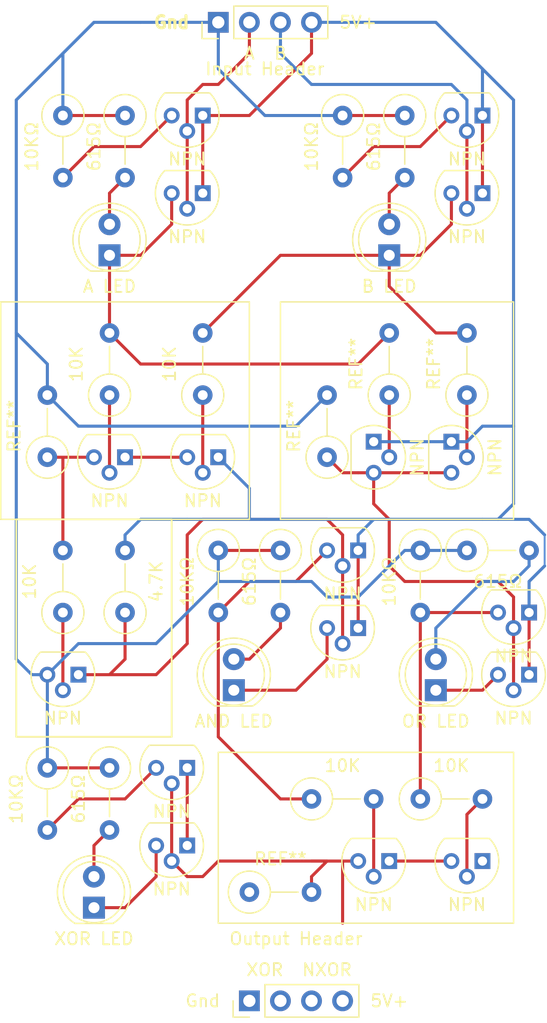
<source format=kicad_pcb>
(kicad_pcb (version 20171130) (host pcbnew 5.99.0+really5.1.12+dfsg1-1)

  (general
    (thickness 1.6)
    (drawings 24)
    (tracks 180)
    (zones 0)
    (modules 45)
    (nets 1)
  )

  (page A4)
  (layers
    (0 F.Cu signal)
    (31 B.Cu signal)
    (32 B.Adhes user)
    (33 F.Adhes user)
    (34 B.Paste user)
    (35 F.Paste user)
    (36 B.SilkS user)
    (37 F.SilkS user)
    (38 B.Mask user)
    (39 F.Mask user)
    (40 Dwgs.User user)
    (41 Cmts.User user)
    (42 Eco1.User user)
    (43 Eco2.User user)
    (44 Edge.Cuts user)
    (45 Margin user)
    (46 B.CrtYd user)
    (47 F.CrtYd user)
    (48 B.Fab user)
    (49 F.Fab user hide)
  )

  (setup
    (last_trace_width 0.25)
    (trace_clearance 0.2)
    (zone_clearance 0.508)
    (zone_45_only no)
    (trace_min 0.2)
    (via_size 0.8)
    (via_drill 0.4)
    (via_min_size 0.4)
    (via_min_drill 0.3)
    (uvia_size 0.3)
    (uvia_drill 0.1)
    (uvias_allowed no)
    (uvia_min_size 0.2)
    (uvia_min_drill 0.1)
    (edge_width 0.05)
    (segment_width 0.2)
    (pcb_text_width 0.3)
    (pcb_text_size 1.5 1.5)
    (mod_edge_width 0.12)
    (mod_text_size 1 1)
    (mod_text_width 0.15)
    (pad_size 1.524 1.524)
    (pad_drill 0.762)
    (pad_to_mask_clearance 0)
    (aux_axis_origin 0 0)
    (visible_elements FFFFFF7F)
    (pcbplotparams
      (layerselection 0x010fc_ffffffff)
      (usegerberextensions false)
      (usegerberattributes true)
      (usegerberadvancedattributes true)
      (creategerberjobfile true)
      (excludeedgelayer true)
      (linewidth 0.100000)
      (plotframeref false)
      (viasonmask false)
      (mode 1)
      (useauxorigin false)
      (hpglpennumber 1)
      (hpglpenspeed 20)
      (hpglpendiameter 15.000000)
      (psnegative false)
      (psa4output false)
      (plotreference true)
      (plotvalue true)
      (plotinvisibletext false)
      (padsonsilk false)
      (subtractmaskfromsilk false)
      (outputformat 1)
      (mirror false)
      (drillshape 1)
      (scaleselection 1)
      (outputdirectory ""))
  )

  (net 0 "")

  (net_class Default "This is the default net class."
    (clearance 0.2)
    (trace_width 0.25)
    (via_dia 0.8)
    (via_drill 0.4)
    (uvia_dia 0.3)
    (uvia_drill 0.1)
  )

  (module LED_THT:LED_D5.0mm (layer F.Cu) (tedit 5995936A) (tstamp 619E8489)
    (at 133.35 73.66 90)
    (descr "LED, diameter 5.0mm, 2 pins, http://cdn-reichelt.de/documents/datenblatt/A500/LL-504BC2E-009.pdf")
    (tags "LED diameter 5.0mm 2 pins")
    (fp_text reference "A LED" (at -2.54 0 180) (layer F.SilkS)
      (effects (font (size 1 1) (thickness 0.15)))
    )
    (fp_text value LED_D5.0mm (at 1.27 3.96 90) (layer F.Fab)
      (effects (font (size 1 1) (thickness 0.15)))
    )
    (fp_circle (center 1.27 0) (end 3.77 0) (layer F.Fab) (width 0.1))
    (fp_circle (center 1.27 0) (end 3.77 0) (layer F.SilkS) (width 0.12))
    (fp_line (start -1.23 -1.469694) (end -1.23 1.469694) (layer F.Fab) (width 0.1))
    (fp_line (start -1.29 -1.545) (end -1.29 1.545) (layer F.SilkS) (width 0.12))
    (fp_line (start -1.95 -3.25) (end -1.95 3.25) (layer F.CrtYd) (width 0.05))
    (fp_line (start -1.95 3.25) (end 4.5 3.25) (layer F.CrtYd) (width 0.05))
    (fp_line (start 4.5 3.25) (end 4.5 -3.25) (layer F.CrtYd) (width 0.05))
    (fp_line (start 4.5 -3.25) (end -1.95 -3.25) (layer F.CrtYd) (width 0.05))
    (fp_text user %R (at 1.25 0 90) (layer F.Fab)
      (effects (font (size 0.8 0.8) (thickness 0.2)))
    )
    (fp_arc (start 1.27 0) (end -1.29 1.54483) (angle -148.9) (layer F.SilkS) (width 0.12))
    (fp_arc (start 1.27 0) (end -1.29 -1.54483) (angle 148.9) (layer F.SilkS) (width 0.12))
    (fp_arc (start 1.27 0) (end -1.23 -1.469694) (angle 299.1) (layer F.Fab) (width 0.1))
    (pad 2 thru_hole circle (at 2.54 0 90) (size 1.8 1.8) (drill 0.9) (layers *.Cu *.Mask))
    (pad 1 thru_hole rect (at 0 0 90) (size 1.8 1.8) (drill 0.9) (layers *.Cu *.Mask))
    (model ${KISYS3DMOD}/LED_THT.3dshapes/LED_D5.0mm.wrl
      (at (xyz 0 0 0))
      (scale (xyz 1 1 1))
      (rotate (xyz 0 0 0))
    )
  )

  (module Resistor_THT:R_Axial_DIN0309_L9.0mm_D3.2mm_P5.08mm_Vertical (layer F.Cu) (tedit 5AE5139B) (tstamp 619E8475)
    (at 134.62 62.23 270)
    (descr "Resistor, Axial_DIN0309 series, Axial, Vertical, pin pitch=5.08mm, 0.5W = 1/2W, length*diameter=9*3.2mm^2, http://cdn-reichelt.de/documents/datenblatt/B400/1_4W%23YAG.pdf")
    (tags "Resistor Axial_DIN0309 series Axial Vertical pin pitch 5.08mm 0.5W = 1/2W length 9mm diameter 3.2mm")
    (fp_text reference 615Ω (at 2.54 2.54 90) (layer F.SilkS)
      (effects (font (size 1 1) (thickness 0.15)))
    )
    (fp_text value R_Axial_DIN0309_L9.0mm_D3.2mm_P5.08mm_Vertical (at 2.54 2.72 90) (layer F.Fab)
      (effects (font (size 1 1) (thickness 0.15)))
    )
    (fp_circle (center 0 0) (end 1.6 0) (layer F.Fab) (width 0.1))
    (fp_circle (center 0 0) (end 1.72 0) (layer F.SilkS) (width 0.12))
    (fp_line (start 0 0) (end 5.08 0) (layer F.Fab) (width 0.1))
    (fp_line (start 1.72 0) (end 3.98 0) (layer F.SilkS) (width 0.12))
    (fp_line (start -1.85 -1.85) (end -1.85 1.85) (layer F.CrtYd) (width 0.05))
    (fp_line (start -1.85 1.85) (end 6.13 1.85) (layer F.CrtYd) (width 0.05))
    (fp_line (start 6.13 1.85) (end 6.13 -1.85) (layer F.CrtYd) (width 0.05))
    (fp_line (start 6.13 -1.85) (end -1.85 -1.85) (layer F.CrtYd) (width 0.05))
    (fp_text user %R (at 2.54 -2.72 90) (layer F.Fab)
      (effects (font (size 1 1) (thickness 0.15)))
    )
    (pad 2 thru_hole oval (at 5.08 0 270) (size 1.6 1.6) (drill 0.8) (layers *.Cu *.Mask))
    (pad 1 thru_hole circle (at 0 0 270) (size 1.6 1.6) (drill 0.8) (layers *.Cu *.Mask))
    (model ${KISYS3DMOD}/Resistor_THT.3dshapes/R_Axial_DIN0309_L9.0mm_D3.2mm_P5.08mm_Vertical.wrl
      (at (xyz 0 0 0))
      (scale (xyz 1 1 1))
      (rotate (xyz 0 0 0))
    )
  )

  (module Package_TO_SOT_THT:TO-92 (layer F.Cu) (tedit 5A279852) (tstamp 619E8464)
    (at 140.97 62.23 180)
    (descr "TO-92 leads molded, narrow, drill 0.75mm (see NXP sot054_po.pdf)")
    (tags "to-92 sc-43 sc-43a sot54 PA33 transistor")
    (fp_text reference NPN (at 1.27 -3.56) (layer F.SilkS)
      (effects (font (size 1 1) (thickness 0.15)))
    )
    (fp_text value TO-92 (at 1.27 2.79) (layer F.Fab)
      (effects (font (size 1 1) (thickness 0.15)))
    )
    (fp_line (start 4 2.01) (end -1.46 2.01) (layer F.CrtYd) (width 0.05))
    (fp_line (start 4 2.01) (end 4 -2.73) (layer F.CrtYd) (width 0.05))
    (fp_line (start -1.46 -2.73) (end -1.46 2.01) (layer F.CrtYd) (width 0.05))
    (fp_line (start -1.46 -2.73) (end 4 -2.73) (layer F.CrtYd) (width 0.05))
    (fp_line (start -0.5 1.75) (end 3 1.75) (layer F.Fab) (width 0.1))
    (fp_line (start -0.53 1.85) (end 3.07 1.85) (layer F.SilkS) (width 0.12))
    (fp_arc (start 1.27 0) (end 1.27 -2.6) (angle 135) (layer F.SilkS) (width 0.12))
    (fp_arc (start 1.27 0) (end 1.27 -2.48) (angle -135) (layer F.Fab) (width 0.1))
    (fp_arc (start 1.27 0) (end 1.27 -2.6) (angle -135) (layer F.SilkS) (width 0.12))
    (fp_arc (start 1.27 0) (end 1.27 -2.48) (angle 135) (layer F.Fab) (width 0.1))
    (fp_text user %R (at 1.27 0) (layer F.Fab)
      (effects (font (size 1 1) (thickness 0.15)))
    )
    (pad 1 thru_hole rect (at 0 0 180) (size 1.3 1.3) (drill 0.75) (layers *.Cu *.Mask))
    (pad 3 thru_hole circle (at 2.54 0 180) (size 1.3 1.3) (drill 0.75) (layers *.Cu *.Mask))
    (pad 2 thru_hole circle (at 1.27 -1.27 180) (size 1.3 1.3) (drill 0.75) (layers *.Cu *.Mask))
    (model ${KISYS3DMOD}/Package_TO_SOT_THT.3dshapes/TO-92.wrl
      (at (xyz 0 0 0))
      (scale (xyz 1 1 1))
      (rotate (xyz 0 0 0))
    )
  )

  (module Package_TO_SOT_THT:TO-92 (layer F.Cu) (tedit 5A279852) (tstamp 619E8453)
    (at 140.97 68.58 180)
    (descr "TO-92 leads molded, narrow, drill 0.75mm (see NXP sot054_po.pdf)")
    (tags "to-92 sc-43 sc-43a sot54 PA33 transistor")
    (fp_text reference NPN (at 1.27 -3.56) (layer F.SilkS)
      (effects (font (size 1 1) (thickness 0.15)))
    )
    (fp_text value TO-92 (at 1.27 2.79) (layer F.Fab)
      (effects (font (size 1 1) (thickness 0.15)))
    )
    (fp_line (start 4 2.01) (end -1.46 2.01) (layer F.CrtYd) (width 0.05))
    (fp_line (start 4 2.01) (end 4 -2.73) (layer F.CrtYd) (width 0.05))
    (fp_line (start -1.46 -2.73) (end -1.46 2.01) (layer F.CrtYd) (width 0.05))
    (fp_line (start -1.46 -2.73) (end 4 -2.73) (layer F.CrtYd) (width 0.05))
    (fp_line (start -0.5 1.75) (end 3 1.75) (layer F.Fab) (width 0.1))
    (fp_line (start -0.53 1.85) (end 3.07 1.85) (layer F.SilkS) (width 0.12))
    (fp_text user %R (at 1.27 0) (layer F.Fab)
      (effects (font (size 1 1) (thickness 0.15)))
    )
    (fp_arc (start 1.27 0) (end 1.27 -2.48) (angle 135) (layer F.Fab) (width 0.1))
    (fp_arc (start 1.27 0) (end 1.27 -2.6) (angle -135) (layer F.SilkS) (width 0.12))
    (fp_arc (start 1.27 0) (end 1.27 -2.48) (angle -135) (layer F.Fab) (width 0.1))
    (fp_arc (start 1.27 0) (end 1.27 -2.6) (angle 135) (layer F.SilkS) (width 0.12))
    (pad 2 thru_hole circle (at 1.27 -1.27 180) (size 1.3 1.3) (drill 0.75) (layers *.Cu *.Mask))
    (pad 3 thru_hole circle (at 2.54 0 180) (size 1.3 1.3) (drill 0.75) (layers *.Cu *.Mask))
    (pad 1 thru_hole rect (at 0 0 180) (size 1.3 1.3) (drill 0.75) (layers *.Cu *.Mask))
    (model ${KISYS3DMOD}/Package_TO_SOT_THT.3dshapes/TO-92.wrl
      (at (xyz 0 0 0))
      (scale (xyz 1 1 1))
      (rotate (xyz 0 0 0))
    )
  )

  (module Resistor_THT:R_Axial_DIN0309_L9.0mm_D3.2mm_P5.08mm_Vertical (layer F.Cu) (tedit 5AE5139B) (tstamp 619E8443)
    (at 129.54 62.23 270)
    (descr "Resistor, Axial_DIN0309 series, Axial, Vertical, pin pitch=5.08mm, 0.5W = 1/2W, length*diameter=9*3.2mm^2, http://cdn-reichelt.de/documents/datenblatt/B400/1_4W%23YAG.pdf")
    (tags "Resistor Axial_DIN0309 series Axial Vertical pin pitch 5.08mm 0.5W = 1/2W length 9mm diameter 3.2mm")
    (fp_text reference 10KΩ (at 2.54 2.54 90) (layer F.SilkS)
      (effects (font (size 1 1) (thickness 0.15)))
    )
    (fp_text value R_Axial_DIN0309_L9.0mm_D3.2mm_P5.08mm_Vertical (at 2.54 2.72 90) (layer F.Fab)
      (effects (font (size 1 1) (thickness 0.15)))
    )
    (fp_circle (center 0 0) (end 1.6 0) (layer F.Fab) (width 0.1))
    (fp_circle (center 0 0) (end 1.72 0) (layer F.SilkS) (width 0.12))
    (fp_line (start 0 0) (end 5.08 0) (layer F.Fab) (width 0.1))
    (fp_line (start 1.72 0) (end 3.98 0) (layer F.SilkS) (width 0.12))
    (fp_line (start -1.85 -1.85) (end -1.85 1.85) (layer F.CrtYd) (width 0.05))
    (fp_line (start -1.85 1.85) (end 6.13 1.85) (layer F.CrtYd) (width 0.05))
    (fp_line (start 6.13 1.85) (end 6.13 -1.85) (layer F.CrtYd) (width 0.05))
    (fp_line (start 6.13 -1.85) (end -1.85 -1.85) (layer F.CrtYd) (width 0.05))
    (fp_text user %R (at 2.54 -2.72 90) (layer F.Fab)
      (effects (font (size 1 1) (thickness 0.15)))
    )
    (pad 1 thru_hole circle (at 0 0 270) (size 1.6 1.6) (drill 0.8) (layers *.Cu *.Mask))
    (pad 2 thru_hole oval (at 5.08 0 270) (size 1.6 1.6) (drill 0.8) (layers *.Cu *.Mask))
    (model ${KISYS3DMOD}/Resistor_THT.3dshapes/R_Axial_DIN0309_L9.0mm_D3.2mm_P5.08mm_Vertical.wrl
      (at (xyz 0 0 0))
      (scale (xyz 1 1 1))
      (rotate (xyz 0 0 0))
    )
  )

  (module Package_TO_SOT_THT:TO-92 (layer F.Cu) (tedit 5A279852) (tstamp 619C80D2)
    (at 154.94 88.9 270)
    (descr "TO-92 leads molded, narrow, drill 0.75mm (see NXP sot054_po.pdf)")
    (tags "to-92 sc-43 sc-43a sot54 PA33 transistor")
    (fp_text reference NPN (at 1.27 -3.56 90) (layer F.SilkS)
      (effects (font (size 1 1) (thickness 0.15)))
    )
    (fp_text value TO-92 (at 1.27 2.79 90) (layer F.Fab)
      (effects (font (size 1 1) (thickness 0.15)))
    )
    (fp_text user %R (at 1.27 0 90) (layer F.Fab)
      (effects (font (size 1 1) (thickness 0.15)))
    )
    (fp_arc (start 1.27 0) (end 1.27 -2.48) (angle 135) (layer F.Fab) (width 0.1))
    (fp_arc (start 1.27 0) (end 1.27 -2.6) (angle -135) (layer F.SilkS) (width 0.12))
    (fp_arc (start 1.27 0) (end 1.27 -2.48) (angle -135) (layer F.Fab) (width 0.1))
    (fp_arc (start 1.27 0) (end 1.27 -2.6) (angle 135) (layer F.SilkS) (width 0.12))
    (fp_line (start -0.53 1.85) (end 3.07 1.85) (layer F.SilkS) (width 0.12))
    (fp_line (start -0.5 1.75) (end 3 1.75) (layer F.Fab) (width 0.1))
    (fp_line (start -1.46 -2.73) (end 4 -2.73) (layer F.CrtYd) (width 0.05))
    (fp_line (start -1.46 -2.73) (end -1.46 2.01) (layer F.CrtYd) (width 0.05))
    (fp_line (start 4 2.01) (end 4 -2.73) (layer F.CrtYd) (width 0.05))
    (fp_line (start 4 2.01) (end -1.46 2.01) (layer F.CrtYd) (width 0.05))
    (pad 2 thru_hole circle (at 1.27 -1.27 270) (size 1.3 1.3) (drill 0.75) (layers *.Cu *.Mask))
    (pad 3 thru_hole circle (at 2.54 0 270) (size 1.3 1.3) (drill 0.75) (layers *.Cu *.Mask))
    (pad 1 thru_hole rect (at 0 0 270) (size 1.3 1.3) (drill 0.75) (layers *.Cu *.Mask))
    (model ${KISYS3DMOD}/Package_TO_SOT_THT.3dshapes/TO-92.wrl
      (at (xyz 0 0 0))
      (scale (xyz 1 1 1))
      (rotate (xyz 0 0 0))
    )
  )

  (module Package_TO_SOT_THT:TO-92 (layer F.Cu) (tedit 5A279852) (tstamp 619E81EE)
    (at 167.64 102.87 180)
    (descr "TO-92 leads molded, narrow, drill 0.75mm (see NXP sot054_po.pdf)")
    (tags "to-92 sc-43 sc-43a sot54 PA33 transistor")
    (fp_text reference NPN (at 1.27 -3.56) (layer F.SilkS)
      (effects (font (size 1 1) (thickness 0.15)))
    )
    (fp_text value TO-92 (at 1.27 2.79) (layer F.Fab)
      (effects (font (size 1 1) (thickness 0.15)))
    )
    (fp_line (start 4 2.01) (end -1.46 2.01) (layer F.CrtYd) (width 0.05))
    (fp_line (start 4 2.01) (end 4 -2.73) (layer F.CrtYd) (width 0.05))
    (fp_line (start -1.46 -2.73) (end -1.46 2.01) (layer F.CrtYd) (width 0.05))
    (fp_line (start -1.46 -2.73) (end 4 -2.73) (layer F.CrtYd) (width 0.05))
    (fp_line (start -0.5 1.75) (end 3 1.75) (layer F.Fab) (width 0.1))
    (fp_line (start -0.53 1.85) (end 3.07 1.85) (layer F.SilkS) (width 0.12))
    (fp_text user %R (at 1.27 0) (layer F.Fab)
      (effects (font (size 1 1) (thickness 0.15)))
    )
    (fp_arc (start 1.27 0) (end 1.27 -2.48) (angle 135) (layer F.Fab) (width 0.1))
    (fp_arc (start 1.27 0) (end 1.27 -2.6) (angle -135) (layer F.SilkS) (width 0.12))
    (fp_arc (start 1.27 0) (end 1.27 -2.48) (angle -135) (layer F.Fab) (width 0.1))
    (fp_arc (start 1.27 0) (end 1.27 -2.6) (angle 135) (layer F.SilkS) (width 0.12))
    (pad 2 thru_hole circle (at 1.27 -1.27 180) (size 1.3 1.3) (drill 0.75) (layers *.Cu *.Mask))
    (pad 3 thru_hole circle (at 2.54 0 180) (size 1.3 1.3) (drill 0.75) (layers *.Cu *.Mask))
    (pad 1 thru_hole rect (at 0 0 180) (size 1.3 1.3) (drill 0.75) (layers *.Cu *.Mask))
    (model ${KISYS3DMOD}/Package_TO_SOT_THT.3dshapes/TO-92.wrl
      (at (xyz 0 0 0))
      (scale (xyz 1 1 1))
      (rotate (xyz 0 0 0))
    )
  )

  (module Resistor_THT:R_Axial_DIN0309_L9.0mm_D3.2mm_P5.08mm_Vertical (layer F.Cu) (tedit 5AE5139B) (tstamp 619E81DF)
    (at 162.56 97.79)
    (descr "Resistor, Axial_DIN0309 series, Axial, Vertical, pin pitch=5.08mm, 0.5W = 1/2W, length*diameter=9*3.2mm^2, http://cdn-reichelt.de/documents/datenblatt/B400/1_4W%23YAG.pdf")
    (tags "Resistor Axial_DIN0309 series Axial Vertical pin pitch 5.08mm 0.5W = 1/2W length 9mm diameter 3.2mm")
    (fp_text reference 615Ω (at 2.54 2.54) (layer F.SilkS)
      (effects (font (size 1 1) (thickness 0.15)))
    )
    (fp_text value R_Axial_DIN0309_L9.0mm_D3.2mm_P5.08mm_Vertical (at 2.54 2.72) (layer F.Fab)
      (effects (font (size 1 1) (thickness 0.15)))
    )
    (fp_circle (center 0 0) (end 1.6 0) (layer F.Fab) (width 0.1))
    (fp_circle (center 0 0) (end 1.72 0) (layer F.SilkS) (width 0.12))
    (fp_line (start 0 0) (end 5.08 0) (layer F.Fab) (width 0.1))
    (fp_line (start 1.72 0) (end 3.98 0) (layer F.SilkS) (width 0.12))
    (fp_line (start -1.85 -1.85) (end -1.85 1.85) (layer F.CrtYd) (width 0.05))
    (fp_line (start -1.85 1.85) (end 6.13 1.85) (layer F.CrtYd) (width 0.05))
    (fp_line (start 6.13 1.85) (end 6.13 -1.85) (layer F.CrtYd) (width 0.05))
    (fp_line (start 6.13 -1.85) (end -1.85 -1.85) (layer F.CrtYd) (width 0.05))
    (fp_text user %R (at 2.54 -2.72) (layer F.Fab)
      (effects (font (size 1 1) (thickness 0.15)))
    )
    (pad 1 thru_hole circle (at 0 0) (size 1.6 1.6) (drill 0.8) (layers *.Cu *.Mask))
    (pad 2 thru_hole oval (at 5.08 0) (size 1.6 1.6) (drill 0.8) (layers *.Cu *.Mask))
    (model ${KISYS3DMOD}/Resistor_THT.3dshapes/R_Axial_DIN0309_L9.0mm_D3.2mm_P5.08mm_Vertical.wrl
      (at (xyz 0 0 0))
      (scale (xyz 1 1 1))
      (rotate (xyz 0 0 0))
    )
  )

  (module Package_TO_SOT_THT:TO-92 (layer F.Cu) (tedit 5A279852) (tstamp 619E81CD)
    (at 167.64 107.95 180)
    (descr "TO-92 leads molded, narrow, drill 0.75mm (see NXP sot054_po.pdf)")
    (tags "to-92 sc-43 sc-43a sot54 PA33 transistor")
    (fp_text reference NPN (at 1.27 -3.56) (layer F.SilkS)
      (effects (font (size 1 1) (thickness 0.15)))
    )
    (fp_text value TO-92 (at 1.27 2.79) (layer F.Fab)
      (effects (font (size 1 1) (thickness 0.15)))
    )
    (fp_line (start 4 2.01) (end -1.46 2.01) (layer F.CrtYd) (width 0.05))
    (fp_line (start 4 2.01) (end 4 -2.73) (layer F.CrtYd) (width 0.05))
    (fp_line (start -1.46 -2.73) (end -1.46 2.01) (layer F.CrtYd) (width 0.05))
    (fp_line (start -1.46 -2.73) (end 4 -2.73) (layer F.CrtYd) (width 0.05))
    (fp_line (start -0.5 1.75) (end 3 1.75) (layer F.Fab) (width 0.1))
    (fp_line (start -0.53 1.85) (end 3.07 1.85) (layer F.SilkS) (width 0.12))
    (fp_arc (start 1.27 0) (end 1.27 -2.6) (angle 135) (layer F.SilkS) (width 0.12))
    (fp_arc (start 1.27 0) (end 1.27 -2.48) (angle -135) (layer F.Fab) (width 0.1))
    (fp_arc (start 1.27 0) (end 1.27 -2.6) (angle -135) (layer F.SilkS) (width 0.12))
    (fp_arc (start 1.27 0) (end 1.27 -2.48) (angle 135) (layer F.Fab) (width 0.1))
    (fp_text user %R (at 1.27 0) (layer F.Fab)
      (effects (font (size 1 1) (thickness 0.15)))
    )
    (pad 1 thru_hole rect (at 0 0 180) (size 1.3 1.3) (drill 0.75) (layers *.Cu *.Mask))
    (pad 3 thru_hole circle (at 2.54 0 180) (size 1.3 1.3) (drill 0.75) (layers *.Cu *.Mask))
    (pad 2 thru_hole circle (at 1.27 -1.27 180) (size 1.3 1.3) (drill 0.75) (layers *.Cu *.Mask))
    (model ${KISYS3DMOD}/Package_TO_SOT_THT.3dshapes/TO-92.wrl
      (at (xyz 0 0 0))
      (scale (xyz 1 1 1))
      (rotate (xyz 0 0 0))
    )
  )

  (module Resistor_THT:R_Axial_DIN0309_L9.0mm_D3.2mm_P5.08mm_Vertical (layer F.Cu) (tedit 5AE5139B) (tstamp 619E81B6)
    (at 158.75 97.79 270)
    (descr "Resistor, Axial_DIN0309 series, Axial, Vertical, pin pitch=5.08mm, 0.5W = 1/2W, length*diameter=9*3.2mm^2, http://cdn-reichelt.de/documents/datenblatt/B400/1_4W%23YAG.pdf")
    (tags "Resistor Axial_DIN0309 series Axial Vertical pin pitch 5.08mm 0.5W = 1/2W length 9mm diameter 3.2mm")
    (fp_text reference 10KΩ (at 2.54 2.54 90) (layer F.SilkS)
      (effects (font (size 1 1) (thickness 0.15)))
    )
    (fp_text value R_Axial_DIN0309_L9.0mm_D3.2mm_P5.08mm_Vertical (at 2.54 2.72 90) (layer F.Fab)
      (effects (font (size 1 1) (thickness 0.15)))
    )
    (fp_circle (center 0 0) (end 1.6 0) (layer F.Fab) (width 0.1))
    (fp_circle (center 0 0) (end 1.72 0) (layer F.SilkS) (width 0.12))
    (fp_line (start 0 0) (end 5.08 0) (layer F.Fab) (width 0.1))
    (fp_line (start 1.72 0) (end 3.98 0) (layer F.SilkS) (width 0.12))
    (fp_line (start -1.85 -1.85) (end -1.85 1.85) (layer F.CrtYd) (width 0.05))
    (fp_line (start -1.85 1.85) (end 6.13 1.85) (layer F.CrtYd) (width 0.05))
    (fp_line (start 6.13 1.85) (end 6.13 -1.85) (layer F.CrtYd) (width 0.05))
    (fp_line (start 6.13 -1.85) (end -1.85 -1.85) (layer F.CrtYd) (width 0.05))
    (fp_text user %R (at 2.54 -2.72 90) (layer F.Fab)
      (effects (font (size 1 1) (thickness 0.15)))
    )
    (pad 2 thru_hole oval (at 5.08 0 270) (size 1.6 1.6) (drill 0.8) (layers *.Cu *.Mask))
    (pad 1 thru_hole circle (at 0 0 270) (size 1.6 1.6) (drill 0.8) (layers *.Cu *.Mask))
    (model ${KISYS3DMOD}/Resistor_THT.3dshapes/R_Axial_DIN0309_L9.0mm_D3.2mm_P5.08mm_Vertical.wrl
      (at (xyz 0 0 0))
      (scale (xyz 1 1 1))
      (rotate (xyz 0 0 0))
    )
  )

  (module LED_THT:LED_D5.0mm (layer F.Cu) (tedit 5995936A) (tstamp 619E81A3)
    (at 160.02 109.22 90)
    (descr "LED, diameter 5.0mm, 2 pins, http://cdn-reichelt.de/documents/datenblatt/A500/LL-504BC2E-009.pdf")
    (tags "LED diameter 5.0mm 2 pins")
    (fp_text reference "OR LED" (at -2.54 0 180) (layer F.SilkS)
      (effects (font (size 1 1) (thickness 0.15)))
    )
    (fp_text value LED_D5.0mm (at 1.27 3.96 90) (layer F.Fab)
      (effects (font (size 1 1) (thickness 0.15)))
    )
    (fp_circle (center 1.27 0) (end 3.77 0) (layer F.Fab) (width 0.1))
    (fp_circle (center 1.27 0) (end 3.77 0) (layer F.SilkS) (width 0.12))
    (fp_line (start -1.23 -1.469694) (end -1.23 1.469694) (layer F.Fab) (width 0.1))
    (fp_line (start -1.29 -1.545) (end -1.29 1.545) (layer F.SilkS) (width 0.12))
    (fp_line (start -1.95 -3.25) (end -1.95 3.25) (layer F.CrtYd) (width 0.05))
    (fp_line (start -1.95 3.25) (end 4.5 3.25) (layer F.CrtYd) (width 0.05))
    (fp_line (start 4.5 3.25) (end 4.5 -3.25) (layer F.CrtYd) (width 0.05))
    (fp_line (start 4.5 -3.25) (end -1.95 -3.25) (layer F.CrtYd) (width 0.05))
    (fp_arc (start 1.27 0) (end -1.23 -1.469694) (angle 299.1) (layer F.Fab) (width 0.1))
    (fp_arc (start 1.27 0) (end -1.29 -1.54483) (angle 148.9) (layer F.SilkS) (width 0.12))
    (fp_arc (start 1.27 0) (end -1.29 1.54483) (angle -148.9) (layer F.SilkS) (width 0.12))
    (fp_text user %R (at 1.25 0 90) (layer F.Fab)
      (effects (font (size 0.8 0.8) (thickness 0.2)))
    )
    (pad 1 thru_hole rect (at 0 0 90) (size 1.8 1.8) (drill 0.9) (layers *.Cu *.Mask))
    (pad 2 thru_hole circle (at 2.54 0 90) (size 1.8 1.8) (drill 0.9) (layers *.Cu *.Mask))
    (model ${KISYS3DMOD}/LED_THT.3dshapes/LED_D5.0mm.wrl
      (at (xyz 0 0 0))
      (scale (xyz 1 1 1))
      (rotate (xyz 0 0 0))
    )
  )

  (module Package_TO_SOT_THT:TO-92 (layer F.Cu) (tedit 5A279852) (tstamp 619E81EE)
    (at 153.67 97.79 180)
    (descr "TO-92 leads molded, narrow, drill 0.75mm (see NXP sot054_po.pdf)")
    (tags "to-92 sc-43 sc-43a sot54 PA33 transistor")
    (fp_text reference NPN (at 1.27 -3.56) (layer F.SilkS)
      (effects (font (size 1 1) (thickness 0.15)))
    )
    (fp_text value TO-92 (at 1.27 2.79) (layer F.Fab)
      (effects (font (size 1 1) (thickness 0.15)))
    )
    (fp_line (start 4 2.01) (end -1.46 2.01) (layer F.CrtYd) (width 0.05))
    (fp_line (start 4 2.01) (end 4 -2.73) (layer F.CrtYd) (width 0.05))
    (fp_line (start -1.46 -2.73) (end -1.46 2.01) (layer F.CrtYd) (width 0.05))
    (fp_line (start -1.46 -2.73) (end 4 -2.73) (layer F.CrtYd) (width 0.05))
    (fp_line (start -0.5 1.75) (end 3 1.75) (layer F.Fab) (width 0.1))
    (fp_line (start -0.53 1.85) (end 3.07 1.85) (layer F.SilkS) (width 0.12))
    (fp_text user %R (at 1.27 0) (layer F.Fab)
      (effects (font (size 1 1) (thickness 0.15)))
    )
    (fp_arc (start 1.27 0) (end 1.27 -2.48) (angle 135) (layer F.Fab) (width 0.1))
    (fp_arc (start 1.27 0) (end 1.27 -2.6) (angle -135) (layer F.SilkS) (width 0.12))
    (fp_arc (start 1.27 0) (end 1.27 -2.48) (angle -135) (layer F.Fab) (width 0.1))
    (fp_arc (start 1.27 0) (end 1.27 -2.6) (angle 135) (layer F.SilkS) (width 0.12))
    (pad 2 thru_hole circle (at 1.27 -1.27 180) (size 1.3 1.3) (drill 0.75) (layers *.Cu *.Mask))
    (pad 3 thru_hole circle (at 2.54 0 180) (size 1.3 1.3) (drill 0.75) (layers *.Cu *.Mask))
    (pad 1 thru_hole rect (at 0 0 180) (size 1.3 1.3) (drill 0.75) (layers *.Cu *.Mask))
    (model ${KISYS3DMOD}/Package_TO_SOT_THT.3dshapes/TO-92.wrl
      (at (xyz 0 0 0))
      (scale (xyz 1 1 1))
      (rotate (xyz 0 0 0))
    )
  )

  (module Resistor_THT:R_Axial_DIN0309_L9.0mm_D3.2mm_P5.08mm_Vertical (layer F.Cu) (tedit 5AE5139B) (tstamp 619E81DF)
    (at 147.32 97.79 270)
    (descr "Resistor, Axial_DIN0309 series, Axial, Vertical, pin pitch=5.08mm, 0.5W = 1/2W, length*diameter=9*3.2mm^2, http://cdn-reichelt.de/documents/datenblatt/B400/1_4W%23YAG.pdf")
    (tags "Resistor Axial_DIN0309 series Axial Vertical pin pitch 5.08mm 0.5W = 1/2W length 9mm diameter 3.2mm")
    (fp_text reference 615Ω (at 2.54 2.54 90) (layer F.SilkS)
      (effects (font (size 1 1) (thickness 0.15)))
    )
    (fp_text value R_Axial_DIN0309_L9.0mm_D3.2mm_P5.08mm_Vertical (at 2.54 2.72 90) (layer F.Fab)
      (effects (font (size 1 1) (thickness 0.15)))
    )
    (fp_circle (center 0 0) (end 1.6 0) (layer F.Fab) (width 0.1))
    (fp_circle (center 0 0) (end 1.72 0) (layer F.SilkS) (width 0.12))
    (fp_line (start 0 0) (end 5.08 0) (layer F.Fab) (width 0.1))
    (fp_line (start 1.72 0) (end 3.98 0) (layer F.SilkS) (width 0.12))
    (fp_line (start -1.85 -1.85) (end -1.85 1.85) (layer F.CrtYd) (width 0.05))
    (fp_line (start -1.85 1.85) (end 6.13 1.85) (layer F.CrtYd) (width 0.05))
    (fp_line (start 6.13 1.85) (end 6.13 -1.85) (layer F.CrtYd) (width 0.05))
    (fp_line (start 6.13 -1.85) (end -1.85 -1.85) (layer F.CrtYd) (width 0.05))
    (fp_text user %R (at 2.54 -2.72 90) (layer F.Fab)
      (effects (font (size 1 1) (thickness 0.15)))
    )
    (pad 1 thru_hole circle (at 0 0 270) (size 1.6 1.6) (drill 0.8) (layers *.Cu *.Mask))
    (pad 2 thru_hole oval (at 5.08 0 270) (size 1.6 1.6) (drill 0.8) (layers *.Cu *.Mask))
    (model ${KISYS3DMOD}/Resistor_THT.3dshapes/R_Axial_DIN0309_L9.0mm_D3.2mm_P5.08mm_Vertical.wrl
      (at (xyz 0 0 0))
      (scale (xyz 1 1 1))
      (rotate (xyz 0 0 0))
    )
  )

  (module Package_TO_SOT_THT:TO-92 (layer F.Cu) (tedit 5A279852) (tstamp 619E81CD)
    (at 153.67 104.14 180)
    (descr "TO-92 leads molded, narrow, drill 0.75mm (see NXP sot054_po.pdf)")
    (tags "to-92 sc-43 sc-43a sot54 PA33 transistor")
    (fp_text reference NPN (at 1.27 -3.56) (layer F.SilkS)
      (effects (font (size 1 1) (thickness 0.15)))
    )
    (fp_text value TO-92 (at 1.27 2.79) (layer F.Fab)
      (effects (font (size 1 1) (thickness 0.15)))
    )
    (fp_line (start 4 2.01) (end -1.46 2.01) (layer F.CrtYd) (width 0.05))
    (fp_line (start 4 2.01) (end 4 -2.73) (layer F.CrtYd) (width 0.05))
    (fp_line (start -1.46 -2.73) (end -1.46 2.01) (layer F.CrtYd) (width 0.05))
    (fp_line (start -1.46 -2.73) (end 4 -2.73) (layer F.CrtYd) (width 0.05))
    (fp_line (start -0.5 1.75) (end 3 1.75) (layer F.Fab) (width 0.1))
    (fp_line (start -0.53 1.85) (end 3.07 1.85) (layer F.SilkS) (width 0.12))
    (fp_arc (start 1.27 0) (end 1.27 -2.6) (angle 135) (layer F.SilkS) (width 0.12))
    (fp_arc (start 1.27 0) (end 1.27 -2.48) (angle -135) (layer F.Fab) (width 0.1))
    (fp_arc (start 1.27 0) (end 1.27 -2.6) (angle -135) (layer F.SilkS) (width 0.12))
    (fp_arc (start 1.27 0) (end 1.27 -2.48) (angle 135) (layer F.Fab) (width 0.1))
    (fp_text user %R (at 1.27 0) (layer F.Fab)
      (effects (font (size 1 1) (thickness 0.15)))
    )
    (pad 1 thru_hole rect (at 0 0 180) (size 1.3 1.3) (drill 0.75) (layers *.Cu *.Mask))
    (pad 3 thru_hole circle (at 2.54 0 180) (size 1.3 1.3) (drill 0.75) (layers *.Cu *.Mask))
    (pad 2 thru_hole circle (at 1.27 -1.27 180) (size 1.3 1.3) (drill 0.75) (layers *.Cu *.Mask))
    (model ${KISYS3DMOD}/Package_TO_SOT_THT.3dshapes/TO-92.wrl
      (at (xyz 0 0 0))
      (scale (xyz 1 1 1))
      (rotate (xyz 0 0 0))
    )
  )

  (module Resistor_THT:R_Axial_DIN0309_L9.0mm_D3.2mm_P5.08mm_Vertical (layer F.Cu) (tedit 5AE5139B) (tstamp 619E81B6)
    (at 142.24 97.79 270)
    (descr "Resistor, Axial_DIN0309 series, Axial, Vertical, pin pitch=5.08mm, 0.5W = 1/2W, length*diameter=9*3.2mm^2, http://cdn-reichelt.de/documents/datenblatt/B400/1_4W%23YAG.pdf")
    (tags "Resistor Axial_DIN0309 series Axial Vertical pin pitch 5.08mm 0.5W = 1/2W length 9mm diameter 3.2mm")
    (fp_text reference 10KΩ (at 2.54 2.54 90) (layer F.SilkS)
      (effects (font (size 1 1) (thickness 0.15)))
    )
    (fp_text value R_Axial_DIN0309_L9.0mm_D3.2mm_P5.08mm_Vertical (at 2.54 2.72 90) (layer F.Fab)
      (effects (font (size 1 1) (thickness 0.15)))
    )
    (fp_circle (center 0 0) (end 1.6 0) (layer F.Fab) (width 0.1))
    (fp_circle (center 0 0) (end 1.72 0) (layer F.SilkS) (width 0.12))
    (fp_line (start 0 0) (end 5.08 0) (layer F.Fab) (width 0.1))
    (fp_line (start 1.72 0) (end 3.98 0) (layer F.SilkS) (width 0.12))
    (fp_line (start -1.85 -1.85) (end -1.85 1.85) (layer F.CrtYd) (width 0.05))
    (fp_line (start -1.85 1.85) (end 6.13 1.85) (layer F.CrtYd) (width 0.05))
    (fp_line (start 6.13 1.85) (end 6.13 -1.85) (layer F.CrtYd) (width 0.05))
    (fp_line (start 6.13 -1.85) (end -1.85 -1.85) (layer F.CrtYd) (width 0.05))
    (fp_text user %R (at 2.54 -2.72 90) (layer F.Fab)
      (effects (font (size 1 1) (thickness 0.15)))
    )
    (pad 2 thru_hole oval (at 5.08 0 270) (size 1.6 1.6) (drill 0.8) (layers *.Cu *.Mask))
    (pad 1 thru_hole circle (at 0 0 270) (size 1.6 1.6) (drill 0.8) (layers *.Cu *.Mask))
    (model ${KISYS3DMOD}/Resistor_THT.3dshapes/R_Axial_DIN0309_L9.0mm_D3.2mm_P5.08mm_Vertical.wrl
      (at (xyz 0 0 0))
      (scale (xyz 1 1 1))
      (rotate (xyz 0 0 0))
    )
  )

  (module LED_THT:LED_D5.0mm (layer F.Cu) (tedit 5995936A) (tstamp 619E81A3)
    (at 143.51 109.22 90)
    (descr "LED, diameter 5.0mm, 2 pins, http://cdn-reichelt.de/documents/datenblatt/A500/LL-504BC2E-009.pdf")
    (tags "LED diameter 5.0mm 2 pins")
    (fp_text reference "AND LED" (at -2.54 0 180) (layer F.SilkS)
      (effects (font (size 1 1) (thickness 0.15)))
    )
    (fp_text value LED_D5.0mm (at 1.27 3.96 90) (layer F.Fab)
      (effects (font (size 1 1) (thickness 0.15)))
    )
    (fp_circle (center 1.27 0) (end 3.77 0) (layer F.Fab) (width 0.1))
    (fp_circle (center 1.27 0) (end 3.77 0) (layer F.SilkS) (width 0.12))
    (fp_line (start -1.23 -1.469694) (end -1.23 1.469694) (layer F.Fab) (width 0.1))
    (fp_line (start -1.29 -1.545) (end -1.29 1.545) (layer F.SilkS) (width 0.12))
    (fp_line (start -1.95 -3.25) (end -1.95 3.25) (layer F.CrtYd) (width 0.05))
    (fp_line (start -1.95 3.25) (end 4.5 3.25) (layer F.CrtYd) (width 0.05))
    (fp_line (start 4.5 3.25) (end 4.5 -3.25) (layer F.CrtYd) (width 0.05))
    (fp_line (start 4.5 -3.25) (end -1.95 -3.25) (layer F.CrtYd) (width 0.05))
    (fp_arc (start 1.27 0) (end -1.23 -1.469694) (angle 299.1) (layer F.Fab) (width 0.1))
    (fp_arc (start 1.27 0) (end -1.29 -1.54483) (angle 148.9) (layer F.SilkS) (width 0.12))
    (fp_arc (start 1.27 0) (end -1.29 1.54483) (angle -148.9) (layer F.SilkS) (width 0.12))
    (fp_text user %R (at 1.25 0 90) (layer F.Fab)
      (effects (font (size 0.8 0.8) (thickness 0.2)))
    )
    (pad 1 thru_hole rect (at 0 0 90) (size 1.8 1.8) (drill 0.9) (layers *.Cu *.Mask))
    (pad 2 thru_hole circle (at 2.54 0 90) (size 1.8 1.8) (drill 0.9) (layers *.Cu *.Mask))
    (model ${KISYS3DMOD}/LED_THT.3dshapes/LED_D5.0mm.wrl
      (at (xyz 0 0 0))
      (scale (xyz 1 1 1))
      (rotate (xyz 0 0 0))
    )
  )

  (module LED_THT:LED_D5.0mm (layer F.Cu) (tedit 5995936A) (tstamp 619E8102)
    (at 132.08 127 90)
    (descr "LED, diameter 5.0mm, 2 pins, http://cdn-reichelt.de/documents/datenblatt/A500/LL-504BC2E-009.pdf")
    (tags "LED diameter 5.0mm 2 pins")
    (fp_text reference "XOR LED" (at -2.54 0 180) (layer F.SilkS)
      (effects (font (size 1 1) (thickness 0.15)))
    )
    (fp_text value LED_D5.0mm (at 1.27 3.96 90) (layer F.Fab)
      (effects (font (size 1 1) (thickness 0.15)))
    )
    (fp_circle (center 1.27 0) (end 3.77 0) (layer F.Fab) (width 0.1))
    (fp_circle (center 1.27 0) (end 3.77 0) (layer F.SilkS) (width 0.12))
    (fp_line (start -1.23 -1.469694) (end -1.23 1.469694) (layer F.Fab) (width 0.1))
    (fp_line (start -1.29 -1.545) (end -1.29 1.545) (layer F.SilkS) (width 0.12))
    (fp_line (start -1.95 -3.25) (end -1.95 3.25) (layer F.CrtYd) (width 0.05))
    (fp_line (start -1.95 3.25) (end 4.5 3.25) (layer F.CrtYd) (width 0.05))
    (fp_line (start 4.5 3.25) (end 4.5 -3.25) (layer F.CrtYd) (width 0.05))
    (fp_line (start 4.5 -3.25) (end -1.95 -3.25) (layer F.CrtYd) (width 0.05))
    (fp_text user %R (at 1.25 0 90) (layer F.Fab)
      (effects (font (size 0.8 0.8) (thickness 0.2)))
    )
    (fp_arc (start 1.27 0) (end -1.29 1.54483) (angle -148.9) (layer F.SilkS) (width 0.12))
    (fp_arc (start 1.27 0) (end -1.29 -1.54483) (angle 148.9) (layer F.SilkS) (width 0.12))
    (fp_arc (start 1.27 0) (end -1.23 -1.469694) (angle 299.1) (layer F.Fab) (width 0.1))
    (pad 2 thru_hole circle (at 2.54 0 90) (size 1.8 1.8) (drill 0.9) (layers *.Cu *.Mask))
    (pad 1 thru_hole rect (at 0 0 90) (size 1.8 1.8) (drill 0.9) (layers *.Cu *.Mask))
    (model ${KISYS3DMOD}/LED_THT.3dshapes/LED_D5.0mm.wrl
      (at (xyz 0 0 0))
      (scale (xyz 1 1 1))
      (rotate (xyz 0 0 0))
    )
  )

  (module Resistor_THT:R_Axial_DIN0309_L9.0mm_D3.2mm_P5.08mm_Vertical (layer F.Cu) (tedit 5AE5139B) (tstamp 619E80EE)
    (at 133.35 115.57 270)
    (descr "Resistor, Axial_DIN0309 series, Axial, Vertical, pin pitch=5.08mm, 0.5W = 1/2W, length*diameter=9*3.2mm^2, http://cdn-reichelt.de/documents/datenblatt/B400/1_4W%23YAG.pdf")
    (tags "Resistor Axial_DIN0309 series Axial Vertical pin pitch 5.08mm 0.5W = 1/2W length 9mm diameter 3.2mm")
    (fp_text reference 615Ω (at 2.54 2.54 90) (layer F.SilkS)
      (effects (font (size 1 1) (thickness 0.15)))
    )
    (fp_text value R_Axial_DIN0309_L9.0mm_D3.2mm_P5.08mm_Vertical (at 2.54 2.72 90) (layer F.Fab)
      (effects (font (size 1 1) (thickness 0.15)))
    )
    (fp_circle (center 0 0) (end 1.6 0) (layer F.Fab) (width 0.1))
    (fp_circle (center 0 0) (end 1.72 0) (layer F.SilkS) (width 0.12))
    (fp_line (start 0 0) (end 5.08 0) (layer F.Fab) (width 0.1))
    (fp_line (start 1.72 0) (end 3.98 0) (layer F.SilkS) (width 0.12))
    (fp_line (start -1.85 -1.85) (end -1.85 1.85) (layer F.CrtYd) (width 0.05))
    (fp_line (start -1.85 1.85) (end 6.13 1.85) (layer F.CrtYd) (width 0.05))
    (fp_line (start 6.13 1.85) (end 6.13 -1.85) (layer F.CrtYd) (width 0.05))
    (fp_line (start 6.13 -1.85) (end -1.85 -1.85) (layer F.CrtYd) (width 0.05))
    (fp_text user %R (at 2.54 -2.72 90) (layer F.Fab)
      (effects (font (size 1 1) (thickness 0.15)))
    )
    (pad 2 thru_hole oval (at 5.08 0 270) (size 1.6 1.6) (drill 0.8) (layers *.Cu *.Mask))
    (pad 1 thru_hole circle (at 0 0 270) (size 1.6 1.6) (drill 0.8) (layers *.Cu *.Mask))
    (model ${KISYS3DMOD}/Resistor_THT.3dshapes/R_Axial_DIN0309_L9.0mm_D3.2mm_P5.08mm_Vertical.wrl
      (at (xyz 0 0 0))
      (scale (xyz 1 1 1))
      (rotate (xyz 0 0 0))
    )
  )

  (module Package_TO_SOT_THT:TO-92 (layer F.Cu) (tedit 5A279852) (tstamp 619E80DD)
    (at 139.7 115.57 180)
    (descr "TO-92 leads molded, narrow, drill 0.75mm (see NXP sot054_po.pdf)")
    (tags "to-92 sc-43 sc-43a sot54 PA33 transistor")
    (fp_text reference NPN (at 1.27 -3.56) (layer F.SilkS)
      (effects (font (size 1 1) (thickness 0.15)))
    )
    (fp_text value TO-92 (at 1.27 2.79) (layer F.Fab)
      (effects (font (size 1 1) (thickness 0.15)))
    )
    (fp_line (start 4 2.01) (end -1.46 2.01) (layer F.CrtYd) (width 0.05))
    (fp_line (start 4 2.01) (end 4 -2.73) (layer F.CrtYd) (width 0.05))
    (fp_line (start -1.46 -2.73) (end -1.46 2.01) (layer F.CrtYd) (width 0.05))
    (fp_line (start -1.46 -2.73) (end 4 -2.73) (layer F.CrtYd) (width 0.05))
    (fp_line (start -0.5 1.75) (end 3 1.75) (layer F.Fab) (width 0.1))
    (fp_line (start -0.53 1.85) (end 3.07 1.85) (layer F.SilkS) (width 0.12))
    (fp_arc (start 1.27 0) (end 1.27 -2.6) (angle 135) (layer F.SilkS) (width 0.12))
    (fp_arc (start 1.27 0) (end 1.27 -2.48) (angle -135) (layer F.Fab) (width 0.1))
    (fp_arc (start 1.27 0) (end 1.27 -2.6) (angle -135) (layer F.SilkS) (width 0.12))
    (fp_arc (start 1.27 0) (end 1.27 -2.48) (angle 135) (layer F.Fab) (width 0.1))
    (fp_text user %R (at 1.27 0) (layer F.Fab)
      (effects (font (size 1 1) (thickness 0.15)))
    )
    (pad 1 thru_hole rect (at 0 0 180) (size 1.3 1.3) (drill 0.75) (layers *.Cu *.Mask))
    (pad 3 thru_hole circle (at 2.54 0 180) (size 1.3 1.3) (drill 0.75) (layers *.Cu *.Mask))
    (pad 2 thru_hole circle (at 1.27 -1.27 180) (size 1.3 1.3) (drill 0.75) (layers *.Cu *.Mask))
    (model ${KISYS3DMOD}/Package_TO_SOT_THT.3dshapes/TO-92.wrl
      (at (xyz 0 0 0))
      (scale (xyz 1 1 1))
      (rotate (xyz 0 0 0))
    )
  )

  (module Package_TO_SOT_THT:TO-92 (layer F.Cu) (tedit 5A279852) (tstamp 619E80CC)
    (at 139.7 121.92 180)
    (descr "TO-92 leads molded, narrow, drill 0.75mm (see NXP sot054_po.pdf)")
    (tags "to-92 sc-43 sc-43a sot54 PA33 transistor")
    (fp_text reference NPN (at 1.27 -3.56) (layer F.SilkS)
      (effects (font (size 1 1) (thickness 0.15)))
    )
    (fp_text value TO-92 (at 1.27 2.79) (layer F.Fab)
      (effects (font (size 1 1) (thickness 0.15)))
    )
    (fp_line (start 4 2.01) (end -1.46 2.01) (layer F.CrtYd) (width 0.05))
    (fp_line (start 4 2.01) (end 4 -2.73) (layer F.CrtYd) (width 0.05))
    (fp_line (start -1.46 -2.73) (end -1.46 2.01) (layer F.CrtYd) (width 0.05))
    (fp_line (start -1.46 -2.73) (end 4 -2.73) (layer F.CrtYd) (width 0.05))
    (fp_line (start -0.5 1.75) (end 3 1.75) (layer F.Fab) (width 0.1))
    (fp_line (start -0.53 1.85) (end 3.07 1.85) (layer F.SilkS) (width 0.12))
    (fp_text user %R (at 1.27 0) (layer F.Fab)
      (effects (font (size 1 1) (thickness 0.15)))
    )
    (fp_arc (start 1.27 0) (end 1.27 -2.48) (angle 135) (layer F.Fab) (width 0.1))
    (fp_arc (start 1.27 0) (end 1.27 -2.6) (angle -135) (layer F.SilkS) (width 0.12))
    (fp_arc (start 1.27 0) (end 1.27 -2.48) (angle -135) (layer F.Fab) (width 0.1))
    (fp_arc (start 1.27 0) (end 1.27 -2.6) (angle 135) (layer F.SilkS) (width 0.12))
    (pad 2 thru_hole circle (at 1.27 -1.27 180) (size 1.3 1.3) (drill 0.75) (layers *.Cu *.Mask))
    (pad 3 thru_hole circle (at 2.54 0 180) (size 1.3 1.3) (drill 0.75) (layers *.Cu *.Mask))
    (pad 1 thru_hole rect (at 0 0 180) (size 1.3 1.3) (drill 0.75) (layers *.Cu *.Mask))
    (model ${KISYS3DMOD}/Package_TO_SOT_THT.3dshapes/TO-92.wrl
      (at (xyz 0 0 0))
      (scale (xyz 1 1 1))
      (rotate (xyz 0 0 0))
    )
  )

  (module Resistor_THT:R_Axial_DIN0309_L9.0mm_D3.2mm_P5.08mm_Vertical (layer F.Cu) (tedit 5AE5139B) (tstamp 619E80BC)
    (at 128.27 115.57 270)
    (descr "Resistor, Axial_DIN0309 series, Axial, Vertical, pin pitch=5.08mm, 0.5W = 1/2W, length*diameter=9*3.2mm^2, http://cdn-reichelt.de/documents/datenblatt/B400/1_4W%23YAG.pdf")
    (tags "Resistor Axial_DIN0309 series Axial Vertical pin pitch 5.08mm 0.5W = 1/2W length 9mm diameter 3.2mm")
    (fp_text reference 10KΩ (at 2.54 2.54 90) (layer F.SilkS)
      (effects (font (size 1 1) (thickness 0.15)))
    )
    (fp_text value R_Axial_DIN0309_L9.0mm_D3.2mm_P5.08mm_Vertical (at 2.54 2.72 90) (layer F.Fab)
      (effects (font (size 1 1) (thickness 0.15)))
    )
    (fp_circle (center 0 0) (end 1.6 0) (layer F.Fab) (width 0.1))
    (fp_circle (center 0 0) (end 1.72 0) (layer F.SilkS) (width 0.12))
    (fp_line (start 0 0) (end 5.08 0) (layer F.Fab) (width 0.1))
    (fp_line (start 1.72 0) (end 3.98 0) (layer F.SilkS) (width 0.12))
    (fp_line (start -1.85 -1.85) (end -1.85 1.85) (layer F.CrtYd) (width 0.05))
    (fp_line (start -1.85 1.85) (end 6.13 1.85) (layer F.CrtYd) (width 0.05))
    (fp_line (start 6.13 1.85) (end 6.13 -1.85) (layer F.CrtYd) (width 0.05))
    (fp_line (start 6.13 -1.85) (end -1.85 -1.85) (layer F.CrtYd) (width 0.05))
    (fp_text user %R (at 2.54 -2.72 90) (layer F.Fab)
      (effects (font (size 1 1) (thickness 0.15)))
    )
    (pad 1 thru_hole circle (at 0 0 270) (size 1.6 1.6) (drill 0.8) (layers *.Cu *.Mask))
    (pad 2 thru_hole oval (at 5.08 0 270) (size 1.6 1.6) (drill 0.8) (layers *.Cu *.Mask))
    (model ${KISYS3DMOD}/Resistor_THT.3dshapes/R_Axial_DIN0309_L9.0mm_D3.2mm_P5.08mm_Vertical.wrl
      (at (xyz 0 0 0))
      (scale (xyz 1 1 1))
      (rotate (xyz 0 0 0))
    )
  )

  (module Resistor_THT:R_Axial_DIN0309_L9.0mm_D3.2mm_P5.08mm_Vertical (layer F.Cu) (tedit 5AE5139B) (tstamp 619E7B06)
    (at 152.4 62.23 270)
    (descr "Resistor, Axial_DIN0309 series, Axial, Vertical, pin pitch=5.08mm, 0.5W = 1/2W, length*diameter=9*3.2mm^2, http://cdn-reichelt.de/documents/datenblatt/B400/1_4W%23YAG.pdf")
    (tags "Resistor Axial_DIN0309 series Axial Vertical pin pitch 5.08mm 0.5W = 1/2W length 9mm diameter 3.2mm")
    (fp_text reference 10KΩ (at 2.54 2.54 90) (layer F.SilkS)
      (effects (font (size 1 1) (thickness 0.15)))
    )
    (fp_text value R_Axial_DIN0309_L9.0mm_D3.2mm_P5.08mm_Vertical (at 2.54 2.72 90) (layer F.Fab)
      (effects (font (size 1 1) (thickness 0.15)))
    )
    (fp_circle (center 0 0) (end 1.6 0) (layer F.Fab) (width 0.1))
    (fp_circle (center 0 0) (end 1.72 0) (layer F.SilkS) (width 0.12))
    (fp_line (start 0 0) (end 5.08 0) (layer F.Fab) (width 0.1))
    (fp_line (start 1.72 0) (end 3.98 0) (layer F.SilkS) (width 0.12))
    (fp_line (start -1.85 -1.85) (end -1.85 1.85) (layer F.CrtYd) (width 0.05))
    (fp_line (start -1.85 1.85) (end 6.13 1.85) (layer F.CrtYd) (width 0.05))
    (fp_line (start 6.13 1.85) (end 6.13 -1.85) (layer F.CrtYd) (width 0.05))
    (fp_line (start 6.13 -1.85) (end -1.85 -1.85) (layer F.CrtYd) (width 0.05))
    (fp_text user %R (at 2.54 -2.72 90) (layer F.Fab)
      (effects (font (size 1 1) (thickness 0.15)))
    )
    (pad 2 thru_hole oval (at 5.08 0 270) (size 1.6 1.6) (drill 0.8) (layers *.Cu *.Mask))
    (pad 1 thru_hole circle (at 0 0 270) (size 1.6 1.6) (drill 0.8) (layers *.Cu *.Mask))
    (model ${KISYS3DMOD}/Resistor_THT.3dshapes/R_Axial_DIN0309_L9.0mm_D3.2mm_P5.08mm_Vertical.wrl
      (at (xyz 0 0 0))
      (scale (xyz 1 1 1))
      (rotate (xyz 0 0 0))
    )
  )

  (module Resistor_THT:R_Axial_DIN0309_L9.0mm_D3.2mm_P5.08mm_Vertical (layer F.Cu) (tedit 5AE5139B) (tstamp 619E77E6)
    (at 157.48 62.23 270)
    (descr "Resistor, Axial_DIN0309 series, Axial, Vertical, pin pitch=5.08mm, 0.5W = 1/2W, length*diameter=9*3.2mm^2, http://cdn-reichelt.de/documents/datenblatt/B400/1_4W%23YAG.pdf")
    (tags "Resistor Axial_DIN0309 series Axial Vertical pin pitch 5.08mm 0.5W = 1/2W length 9mm diameter 3.2mm")
    (fp_text reference 615Ω (at 2.54 2.54 90) (layer F.SilkS)
      (effects (font (size 1 1) (thickness 0.15)))
    )
    (fp_text value R_Axial_DIN0309_L9.0mm_D3.2mm_P5.08mm_Vertical (at 2.54 2.72 90) (layer F.Fab)
      (effects (font (size 1 1) (thickness 0.15)))
    )
    (fp_circle (center 0 0) (end 1.6 0) (layer F.Fab) (width 0.1))
    (fp_circle (center 0 0) (end 1.72 0) (layer F.SilkS) (width 0.12))
    (fp_line (start 0 0) (end 5.08 0) (layer F.Fab) (width 0.1))
    (fp_line (start 1.72 0) (end 3.98 0) (layer F.SilkS) (width 0.12))
    (fp_line (start -1.85 -1.85) (end -1.85 1.85) (layer F.CrtYd) (width 0.05))
    (fp_line (start -1.85 1.85) (end 6.13 1.85) (layer F.CrtYd) (width 0.05))
    (fp_line (start 6.13 1.85) (end 6.13 -1.85) (layer F.CrtYd) (width 0.05))
    (fp_line (start 6.13 -1.85) (end -1.85 -1.85) (layer F.CrtYd) (width 0.05))
    (fp_text user %R (at 2.54 -2.72 90) (layer F.Fab)
      (effects (font (size 1 1) (thickness 0.15)))
    )
    (pad 1 thru_hole circle (at 0 0 270) (size 1.6 1.6) (drill 0.8) (layers *.Cu *.Mask))
    (pad 2 thru_hole oval (at 5.08 0 270) (size 1.6 1.6) (drill 0.8) (layers *.Cu *.Mask))
    (model ${KISYS3DMOD}/Resistor_THT.3dshapes/R_Axial_DIN0309_L9.0mm_D3.2mm_P5.08mm_Vertical.wrl
      (at (xyz 0 0 0))
      (scale (xyz 1 1 1))
      (rotate (xyz 0 0 0))
    )
  )

  (module Package_TO_SOT_THT:TO-92 (layer F.Cu) (tedit 5A279852) (tstamp 619E77CF)
    (at 163.83 62.23 180)
    (descr "TO-92 leads molded, narrow, drill 0.75mm (see NXP sot054_po.pdf)")
    (tags "to-92 sc-43 sc-43a sot54 PA33 transistor")
    (fp_text reference NPN (at 1.27 -3.56) (layer F.SilkS)
      (effects (font (size 1 1) (thickness 0.15)))
    )
    (fp_text value TO-92 (at 1.27 2.79) (layer F.Fab)
      (effects (font (size 1 1) (thickness 0.15)))
    )
    (fp_line (start 4 2.01) (end -1.46 2.01) (layer F.CrtYd) (width 0.05))
    (fp_line (start 4 2.01) (end 4 -2.73) (layer F.CrtYd) (width 0.05))
    (fp_line (start -1.46 -2.73) (end -1.46 2.01) (layer F.CrtYd) (width 0.05))
    (fp_line (start -1.46 -2.73) (end 4 -2.73) (layer F.CrtYd) (width 0.05))
    (fp_line (start -0.5 1.75) (end 3 1.75) (layer F.Fab) (width 0.1))
    (fp_line (start -0.53 1.85) (end 3.07 1.85) (layer F.SilkS) (width 0.12))
    (fp_text user %R (at 1.27 0) (layer F.Fab)
      (effects (font (size 1 1) (thickness 0.15)))
    )
    (fp_arc (start 1.27 0) (end 1.27 -2.48) (angle 135) (layer F.Fab) (width 0.1))
    (fp_arc (start 1.27 0) (end 1.27 -2.6) (angle -135) (layer F.SilkS) (width 0.12))
    (fp_arc (start 1.27 0) (end 1.27 -2.48) (angle -135) (layer F.Fab) (width 0.1))
    (fp_arc (start 1.27 0) (end 1.27 -2.6) (angle 135) (layer F.SilkS) (width 0.12))
    (pad 2 thru_hole circle (at 1.27 -1.27 180) (size 1.3 1.3) (drill 0.75) (layers *.Cu *.Mask))
    (pad 3 thru_hole circle (at 2.54 0 180) (size 1.3 1.3) (drill 0.75) (layers *.Cu *.Mask))
    (pad 1 thru_hole rect (at 0 0 180) (size 1.3 1.3) (drill 0.75) (layers *.Cu *.Mask))
    (model ${KISYS3DMOD}/Package_TO_SOT_THT.3dshapes/TO-92.wrl
      (at (xyz 0 0 0))
      (scale (xyz 1 1 1))
      (rotate (xyz 0 0 0))
    )
  )

  (module Package_TO_SOT_THT:TO-92 (layer F.Cu) (tedit 5A279852) (tstamp 619E77BC)
    (at 163.83 68.58 180)
    (descr "TO-92 leads molded, narrow, drill 0.75mm (see NXP sot054_po.pdf)")
    (tags "to-92 sc-43 sc-43a sot54 PA33 transistor")
    (fp_text reference NPN (at 1.27 -3.56) (layer F.SilkS)
      (effects (font (size 1 1) (thickness 0.15)))
    )
    (fp_text value TO-92 (at 1.27 2.79) (layer F.Fab)
      (effects (font (size 1 1) (thickness 0.15)))
    )
    (fp_line (start 4 2.01) (end -1.46 2.01) (layer F.CrtYd) (width 0.05))
    (fp_line (start 4 2.01) (end 4 -2.73) (layer F.CrtYd) (width 0.05))
    (fp_line (start -1.46 -2.73) (end -1.46 2.01) (layer F.CrtYd) (width 0.05))
    (fp_line (start -1.46 -2.73) (end 4 -2.73) (layer F.CrtYd) (width 0.05))
    (fp_line (start -0.5 1.75) (end 3 1.75) (layer F.Fab) (width 0.1))
    (fp_line (start -0.53 1.85) (end 3.07 1.85) (layer F.SilkS) (width 0.12))
    (fp_arc (start 1.27 0) (end 1.27 -2.6) (angle 135) (layer F.SilkS) (width 0.12))
    (fp_arc (start 1.27 0) (end 1.27 -2.48) (angle -135) (layer F.Fab) (width 0.1))
    (fp_arc (start 1.27 0) (end 1.27 -2.6) (angle -135) (layer F.SilkS) (width 0.12))
    (fp_arc (start 1.27 0) (end 1.27 -2.48) (angle 135) (layer F.Fab) (width 0.1))
    (fp_text user %R (at 1.27 0) (layer F.Fab)
      (effects (font (size 1 1) (thickness 0.15)))
    )
    (pad 1 thru_hole rect (at 0 0 180) (size 1.3 1.3) (drill 0.75) (layers *.Cu *.Mask))
    (pad 3 thru_hole circle (at 2.54 0 180) (size 1.3 1.3) (drill 0.75) (layers *.Cu *.Mask))
    (pad 2 thru_hole circle (at 1.27 -1.27 180) (size 1.3 1.3) (drill 0.75) (layers *.Cu *.Mask))
    (model ${KISYS3DMOD}/Package_TO_SOT_THT.3dshapes/TO-92.wrl
      (at (xyz 0 0 0))
      (scale (xyz 1 1 1))
      (rotate (xyz 0 0 0))
    )
  )

  (module LED_THT:LED_D5.0mm (layer F.Cu) (tedit 5995936A) (tstamp 619E77A7)
    (at 156.21 73.66 90)
    (descr "LED, diameter 5.0mm, 2 pins, http://cdn-reichelt.de/documents/datenblatt/A500/LL-504BC2E-009.pdf")
    (tags "LED diameter 5.0mm 2 pins")
    (fp_text reference "B LED" (at -2.54 0 180) (layer F.SilkS)
      (effects (font (size 1 1) (thickness 0.15)))
    )
    (fp_text value LED_D5.0mm (at 1.27 3.96 90) (layer F.Fab)
      (effects (font (size 1 1) (thickness 0.15)))
    )
    (fp_circle (center 1.27 0) (end 3.77 0) (layer F.Fab) (width 0.1))
    (fp_circle (center 1.27 0) (end 3.77 0) (layer F.SilkS) (width 0.12))
    (fp_line (start -1.23 -1.469694) (end -1.23 1.469694) (layer F.Fab) (width 0.1))
    (fp_line (start -1.29 -1.545) (end -1.29 1.545) (layer F.SilkS) (width 0.12))
    (fp_line (start -1.95 -3.25) (end -1.95 3.25) (layer F.CrtYd) (width 0.05))
    (fp_line (start -1.95 3.25) (end 4.5 3.25) (layer F.CrtYd) (width 0.05))
    (fp_line (start 4.5 3.25) (end 4.5 -3.25) (layer F.CrtYd) (width 0.05))
    (fp_line (start 4.5 -3.25) (end -1.95 -3.25) (layer F.CrtYd) (width 0.05))
    (fp_arc (start 1.27 0) (end -1.23 -1.469694) (angle 299.1) (layer F.Fab) (width 0.1))
    (fp_arc (start 1.27 0) (end -1.29 -1.54483) (angle 148.9) (layer F.SilkS) (width 0.12))
    (fp_arc (start 1.27 0) (end -1.29 1.54483) (angle -148.9) (layer F.SilkS) (width 0.12))
    (fp_text user %R (at 1.25 0 90) (layer F.Fab)
      (effects (font (size 0.8 0.8) (thickness 0.2)))
    )
    (pad 1 thru_hole rect (at 0 0 90) (size 1.8 1.8) (drill 0.9) (layers *.Cu *.Mask))
    (pad 2 thru_hole circle (at 2.54 0 90) (size 1.8 1.8) (drill 0.9) (layers *.Cu *.Mask))
    (model ${KISYS3DMOD}/LED_THT.3dshapes/LED_D5.0mm.wrl
      (at (xyz 0 0 0))
      (scale (xyz 1 1 1))
      (rotate (xyz 0 0 0))
    )
  )

  (module Resistor_THT:R_Axial_DIN0309_L9.0mm_D3.2mm_P5.08mm_Vertical (layer F.Cu) (tedit 5AE5139B) (tstamp 619C7DFB)
    (at 129.54 102.87 90)
    (descr "Resistor, Axial_DIN0309 series, Axial, Vertical, pin pitch=5.08mm, 0.5W = 1/2W, length*diameter=9*3.2mm^2, http://cdn-reichelt.de/documents/datenblatt/B400/1_4W%23YAG.pdf")
    (tags "Resistor Axial_DIN0309 series Axial Vertical pin pitch 5.08mm 0.5W = 1/2W length 9mm diameter 3.2mm")
    (fp_text reference 10K (at 2.54 -2.72 90) (layer F.SilkS)
      (effects (font (size 1 1) (thickness 0.15)))
    )
    (fp_text value R_Axial_DIN0309_L9.0mm_D3.2mm_P5.08mm_Vertical (at 2.54 2.72 90) (layer F.Fab)
      (effects (font (size 1 1) (thickness 0.15)))
    )
    (fp_line (start 6.13 -1.85) (end -1.85 -1.85) (layer F.CrtYd) (width 0.05))
    (fp_line (start 6.13 1.85) (end 6.13 -1.85) (layer F.CrtYd) (width 0.05))
    (fp_line (start -1.85 1.85) (end 6.13 1.85) (layer F.CrtYd) (width 0.05))
    (fp_line (start -1.85 -1.85) (end -1.85 1.85) (layer F.CrtYd) (width 0.05))
    (fp_line (start 1.72 0) (end 3.98 0) (layer F.SilkS) (width 0.12))
    (fp_line (start 0 0) (end 5.08 0) (layer F.Fab) (width 0.1))
    (fp_circle (center 0 0) (end 1.72 0) (layer F.SilkS) (width 0.12))
    (fp_circle (center 0 0) (end 1.6 0) (layer F.Fab) (width 0.1))
    (fp_text user %R (at 2.54 -2.72 90) (layer F.Fab)
      (effects (font (size 1 1) (thickness 0.15)))
    )
    (pad 2 thru_hole oval (at 5.08 0 90) (size 1.6 1.6) (drill 0.8) (layers *.Cu *.Mask))
    (pad 1 thru_hole circle (at 0 0 90) (size 1.6 1.6) (drill 0.8) (layers *.Cu *.Mask))
    (model ${KISYS3DMOD}/Resistor_THT.3dshapes/R_Axial_DIN0309_L9.0mm_D3.2mm_P5.08mm_Vertical.wrl
      (at (xyz 0 0 0))
      (scale (xyz 1 1 1))
      (rotate (xyz 0 0 0))
    )
  )

  (module Connector_PinHeader_2.54mm:PinHeader_1x04_P2.54mm_Vertical (layer F.Cu) (tedit 59FED5CC) (tstamp 619C840C)
    (at 142.24 54.61 90)
    (descr "Through hole straight pin header, 1x04, 2.54mm pitch, single row")
    (tags "Through hole pin header THT 1x04 2.54mm single row")
    (fp_text reference "Input Header" (at -3.81 3.81 180) (layer F.SilkS)
      (effects (font (size 1 1) (thickness 0.15)))
    )
    (fp_text value PinHeader_1x04_P2.54mm_Vertical (at 0 9.95 90) (layer F.Fab)
      (effects (font (size 1 1) (thickness 0.15)))
    )
    (fp_line (start 1.8 -1.8) (end -1.8 -1.8) (layer F.CrtYd) (width 0.05))
    (fp_line (start 1.8 9.4) (end 1.8 -1.8) (layer F.CrtYd) (width 0.05))
    (fp_line (start -1.8 9.4) (end 1.8 9.4) (layer F.CrtYd) (width 0.05))
    (fp_line (start -1.8 -1.8) (end -1.8 9.4) (layer F.CrtYd) (width 0.05))
    (fp_line (start -1.33 -1.33) (end 0 -1.33) (layer F.SilkS) (width 0.12))
    (fp_line (start -1.33 0) (end -1.33 -1.33) (layer F.SilkS) (width 0.12))
    (fp_line (start -1.33 1.27) (end 1.33 1.27) (layer F.SilkS) (width 0.12))
    (fp_line (start 1.33 1.27) (end 1.33 8.95) (layer F.SilkS) (width 0.12))
    (fp_line (start -1.33 1.27) (end -1.33 8.95) (layer F.SilkS) (width 0.12))
    (fp_line (start -1.33 8.95) (end 1.33 8.95) (layer F.SilkS) (width 0.12))
    (fp_line (start -1.27 -0.635) (end -0.635 -1.27) (layer F.Fab) (width 0.1))
    (fp_line (start -1.27 8.89) (end -1.27 -0.635) (layer F.Fab) (width 0.1))
    (fp_line (start 1.27 8.89) (end -1.27 8.89) (layer F.Fab) (width 0.1))
    (fp_line (start 1.27 -1.27) (end 1.27 8.89) (layer F.Fab) (width 0.1))
    (fp_line (start -0.635 -1.27) (end 1.27 -1.27) (layer F.Fab) (width 0.1))
    (fp_text user %R (at 0 3.81) (layer F.Fab)
      (effects (font (size 1 1) (thickness 0.15)))
    )
    (pad 4 thru_hole oval (at 0 7.62 90) (size 1.7 1.7) (drill 1) (layers *.Cu *.Mask))
    (pad 3 thru_hole oval (at 0 5.08 90) (size 1.7 1.7) (drill 1) (layers *.Cu *.Mask))
    (pad 2 thru_hole oval (at 0 2.54 90) (size 1.7 1.7) (drill 1) (layers *.Cu *.Mask))
    (pad 1 thru_hole rect (at 0 0 90) (size 1.7 1.7) (drill 1) (layers *.Cu *.Mask))
    (model ${KISYS3DMOD}/Connector_PinHeader_2.54mm.3dshapes/PinHeader_1x04_P2.54mm_Vertical.wrl
      (at (xyz 0 0 0))
      (scale (xyz 1 1 1))
      (rotate (xyz 0 0 0))
    )
  )

  (module Connector_PinHeader_2.54mm:PinHeader_1x04_P2.54mm_Vertical (layer F.Cu) (tedit 59FED5CC) (tstamp 619C8376)
    (at 144.78 134.62 90)
    (descr "Through hole straight pin header, 1x04, 2.54mm pitch, single row")
    (tags "Through hole pin header THT 1x04 2.54mm single row")
    (fp_text reference "Output Header" (at 5.08 3.81 180) (layer F.SilkS)
      (effects (font (size 1 1) (thickness 0.15)))
    )
    (fp_text value PinHeader_1x04_P2.54mm_Vertical (at 0 9.95 90) (layer F.Fab)
      (effects (font (size 1 1) (thickness 0.15)))
    )
    (fp_line (start 1.8 -1.8) (end -1.8 -1.8) (layer F.CrtYd) (width 0.05))
    (fp_line (start 1.8 9.4) (end 1.8 -1.8) (layer F.CrtYd) (width 0.05))
    (fp_line (start -1.8 9.4) (end 1.8 9.4) (layer F.CrtYd) (width 0.05))
    (fp_line (start -1.8 -1.8) (end -1.8 9.4) (layer F.CrtYd) (width 0.05))
    (fp_line (start -1.33 -1.33) (end 0 -1.33) (layer F.SilkS) (width 0.12))
    (fp_line (start -1.33 0) (end -1.33 -1.33) (layer F.SilkS) (width 0.12))
    (fp_line (start -1.33 1.27) (end 1.33 1.27) (layer F.SilkS) (width 0.12))
    (fp_line (start 1.33 1.27) (end 1.33 8.95) (layer F.SilkS) (width 0.12))
    (fp_line (start -1.33 1.27) (end -1.33 8.95) (layer F.SilkS) (width 0.12))
    (fp_line (start -1.33 8.95) (end 1.33 8.95) (layer F.SilkS) (width 0.12))
    (fp_line (start -1.27 -0.635) (end -0.635 -1.27) (layer F.Fab) (width 0.1))
    (fp_line (start -1.27 8.89) (end -1.27 -0.635) (layer F.Fab) (width 0.1))
    (fp_line (start 1.27 8.89) (end -1.27 8.89) (layer F.Fab) (width 0.1))
    (fp_line (start 1.27 -1.27) (end 1.27 8.89) (layer F.Fab) (width 0.1))
    (fp_line (start -0.635 -1.27) (end 1.27 -1.27) (layer F.Fab) (width 0.1))
    (fp_text user %R (at 0 3.81) (layer F.Fab)
      (effects (font (size 1 1) (thickness 0.15)))
    )
    (pad 4 thru_hole oval (at 0 7.62 90) (size 1.7 1.7) (drill 1) (layers *.Cu *.Mask))
    (pad 3 thru_hole oval (at 0 5.08 90) (size 1.7 1.7) (drill 1) (layers *.Cu *.Mask))
    (pad 2 thru_hole oval (at 0 2.54 90) (size 1.7 1.7) (drill 1) (layers *.Cu *.Mask))
    (pad 1 thru_hole rect (at 0 0 90) (size 1.7 1.7) (drill 1) (layers *.Cu *.Mask))
    (model ${KISYS3DMOD}/Connector_PinHeader_2.54mm.3dshapes/PinHeader_1x04_P2.54mm_Vertical.wrl
      (at (xyz 0 0 0))
      (scale (xyz 1 1 1))
      (rotate (xyz 0 0 0))
    )
  )

  (module Resistor_THT:R_Axial_DIN0309_L9.0mm_D3.2mm_P5.08mm_Vertical (layer F.Cu) (tedit 5AE5139B) (tstamp 619C8104)
    (at 156.21 85.09 90)
    (descr "Resistor, Axial_DIN0309 series, Axial, Vertical, pin pitch=5.08mm, 0.5W = 1/2W, length*diameter=9*3.2mm^2, http://cdn-reichelt.de/documents/datenblatt/B400/1_4W%23YAG.pdf")
    (tags "Resistor Axial_DIN0309 series Axial Vertical pin pitch 5.08mm 0.5W = 1/2W length 9mm diameter 3.2mm")
    (fp_text reference REF** (at 2.54 -2.72 90) (layer F.SilkS)
      (effects (font (size 1 1) (thickness 0.15)))
    )
    (fp_text value R_Axial_DIN0309_L9.0mm_D3.2mm_P5.08mm_Vertical (at 2.54 2.72 90) (layer F.Fab)
      (effects (font (size 1 1) (thickness 0.15)))
    )
    (fp_text user %R (at 2.54 -2.72 90) (layer F.Fab)
      (effects (font (size 1 1) (thickness 0.15)))
    )
    (fp_circle (center 0 0) (end 1.6 0) (layer F.Fab) (width 0.1))
    (fp_circle (center 0 0) (end 1.72 0) (layer F.SilkS) (width 0.12))
    (fp_line (start 0 0) (end 5.08 0) (layer F.Fab) (width 0.1))
    (fp_line (start 1.72 0) (end 3.98 0) (layer F.SilkS) (width 0.12))
    (fp_line (start -1.85 -1.85) (end -1.85 1.85) (layer F.CrtYd) (width 0.05))
    (fp_line (start -1.85 1.85) (end 6.13 1.85) (layer F.CrtYd) (width 0.05))
    (fp_line (start 6.13 1.85) (end 6.13 -1.85) (layer F.CrtYd) (width 0.05))
    (fp_line (start 6.13 -1.85) (end -1.85 -1.85) (layer F.CrtYd) (width 0.05))
    (pad 1 thru_hole circle (at 0 0 90) (size 1.6 1.6) (drill 0.8) (layers *.Cu *.Mask))
    (pad 2 thru_hole oval (at 5.08 0 90) (size 1.6 1.6) (drill 0.8) (layers *.Cu *.Mask))
    (model ${KISYS3DMOD}/Resistor_THT.3dshapes/R_Axial_DIN0309_L9.0mm_D3.2mm_P5.08mm_Vertical.wrl
      (at (xyz 0 0 0))
      (scale (xyz 1 1 1))
      (rotate (xyz 0 0 0))
    )
  )

  (module Resistor_THT:R_Axial_DIN0309_L9.0mm_D3.2mm_P5.08mm_Vertical (layer F.Cu) (tedit 5AE5139B) (tstamp 619C80F5)
    (at 151.13 90.17 90)
    (descr "Resistor, Axial_DIN0309 series, Axial, Vertical, pin pitch=5.08mm, 0.5W = 1/2W, length*diameter=9*3.2mm^2, http://cdn-reichelt.de/documents/datenblatt/B400/1_4W%23YAG.pdf")
    (tags "Resistor Axial_DIN0309 series Axial Vertical pin pitch 5.08mm 0.5W = 1/2W length 9mm diameter 3.2mm")
    (fp_text reference REF** (at 2.54 -2.72 90) (layer F.SilkS)
      (effects (font (size 1 1) (thickness 0.15)))
    )
    (fp_text value R_Axial_DIN0309_L9.0mm_D3.2mm_P5.08mm_Vertical (at 2.54 2.72 90) (layer F.Fab)
      (effects (font (size 1 1) (thickness 0.15)))
    )
    (fp_text user %R (at 2.54 -2.72 90) (layer F.Fab)
      (effects (font (size 1 1) (thickness 0.15)))
    )
    (fp_circle (center 0 0) (end 1.6 0) (layer F.Fab) (width 0.1))
    (fp_circle (center 0 0) (end 1.72 0) (layer F.SilkS) (width 0.12))
    (fp_line (start 0 0) (end 5.08 0) (layer F.Fab) (width 0.1))
    (fp_line (start 1.72 0) (end 3.98 0) (layer F.SilkS) (width 0.12))
    (fp_line (start -1.85 -1.85) (end -1.85 1.85) (layer F.CrtYd) (width 0.05))
    (fp_line (start -1.85 1.85) (end 6.13 1.85) (layer F.CrtYd) (width 0.05))
    (fp_line (start 6.13 1.85) (end 6.13 -1.85) (layer F.CrtYd) (width 0.05))
    (fp_line (start 6.13 -1.85) (end -1.85 -1.85) (layer F.CrtYd) (width 0.05))
    (pad 1 thru_hole circle (at 0 0 90) (size 1.6 1.6) (drill 0.8) (layers *.Cu *.Mask))
    (pad 2 thru_hole oval (at 5.08 0 90) (size 1.6 1.6) (drill 0.8) (layers *.Cu *.Mask))
    (model ${KISYS3DMOD}/Resistor_THT.3dshapes/R_Axial_DIN0309_L9.0mm_D3.2mm_P5.08mm_Vertical.wrl
      (at (xyz 0 0 0))
      (scale (xyz 1 1 1))
      (rotate (xyz 0 0 0))
    )
  )

  (module Package_TO_SOT_THT:TO-92 (layer F.Cu) (tedit 5A279852) (tstamp 619C80E3)
    (at 161.29 88.9 270)
    (descr "TO-92 leads molded, narrow, drill 0.75mm (see NXP sot054_po.pdf)")
    (tags "to-92 sc-43 sc-43a sot54 PA33 transistor")
    (fp_text reference NPN (at 1.27 -3.56 90) (layer F.SilkS)
      (effects (font (size 1 1) (thickness 0.15)))
    )
    (fp_text value TO-92 (at 1.27 2.79 90) (layer F.Fab)
      (effects (font (size 1 1) (thickness 0.15)))
    )
    (fp_arc (start 1.27 0) (end 1.27 -2.6) (angle 135) (layer F.SilkS) (width 0.12))
    (fp_arc (start 1.27 0) (end 1.27 -2.48) (angle -135) (layer F.Fab) (width 0.1))
    (fp_arc (start 1.27 0) (end 1.27 -2.6) (angle -135) (layer F.SilkS) (width 0.12))
    (fp_arc (start 1.27 0) (end 1.27 -2.48) (angle 135) (layer F.Fab) (width 0.1))
    (fp_text user %R (at 1.27 0 90) (layer F.Fab)
      (effects (font (size 1 1) (thickness 0.15)))
    )
    (fp_line (start 4 2.01) (end -1.46 2.01) (layer F.CrtYd) (width 0.05))
    (fp_line (start 4 2.01) (end 4 -2.73) (layer F.CrtYd) (width 0.05))
    (fp_line (start -1.46 -2.73) (end -1.46 2.01) (layer F.CrtYd) (width 0.05))
    (fp_line (start -1.46 -2.73) (end 4 -2.73) (layer F.CrtYd) (width 0.05))
    (fp_line (start -0.5 1.75) (end 3 1.75) (layer F.Fab) (width 0.1))
    (fp_line (start -0.53 1.85) (end 3.07 1.85) (layer F.SilkS) (width 0.12))
    (pad 1 thru_hole rect (at 0 0 270) (size 1.3 1.3) (drill 0.75) (layers *.Cu *.Mask))
    (pad 3 thru_hole circle (at 2.54 0 270) (size 1.3 1.3) (drill 0.75) (layers *.Cu *.Mask))
    (pad 2 thru_hole circle (at 1.27 -1.27 270) (size 1.3 1.3) (drill 0.75) (layers *.Cu *.Mask))
    (model ${KISYS3DMOD}/Package_TO_SOT_THT.3dshapes/TO-92.wrl
      (at (xyz 0 0 0))
      (scale (xyz 1 1 1))
      (rotate (xyz 0 0 0))
    )
  )

  (module Resistor_THT:R_Axial_DIN0309_L9.0mm_D3.2mm_P5.08mm_Vertical (layer F.Cu) (tedit 5AE5139B) (tstamp 619C80C4)
    (at 162.56 85.09 90)
    (descr "Resistor, Axial_DIN0309 series, Axial, Vertical, pin pitch=5.08mm, 0.5W = 1/2W, length*diameter=9*3.2mm^2, http://cdn-reichelt.de/documents/datenblatt/B400/1_4W%23YAG.pdf")
    (tags "Resistor Axial_DIN0309 series Axial Vertical pin pitch 5.08mm 0.5W = 1/2W length 9mm diameter 3.2mm")
    (fp_text reference REF** (at 2.54 -2.72 90) (layer F.SilkS)
      (effects (font (size 1 1) (thickness 0.15)))
    )
    (fp_text value R_Axial_DIN0309_L9.0mm_D3.2mm_P5.08mm_Vertical (at 2.54 3.81 90) (layer F.Fab)
      (effects (font (size 1 1) (thickness 0.15)))
    )
    (fp_text user %R (at 2.54 -2.72 90) (layer F.Fab)
      (effects (font (size 1 1) (thickness 0.15)))
    )
    (fp_line (start 6.13 -1.85) (end -1.85 -1.85) (layer F.CrtYd) (width 0.05))
    (fp_line (start 6.13 1.85) (end 6.13 -1.85) (layer F.CrtYd) (width 0.05))
    (fp_line (start -1.85 1.85) (end 6.13 1.85) (layer F.CrtYd) (width 0.05))
    (fp_line (start -1.85 -1.85) (end -1.85 1.85) (layer F.CrtYd) (width 0.05))
    (fp_line (start 1.72 0) (end 3.98 0) (layer F.SilkS) (width 0.12))
    (fp_line (start 0 0) (end 5.08 0) (layer F.Fab) (width 0.1))
    (fp_circle (center 0 0) (end 1.72 0) (layer F.SilkS) (width 0.12))
    (fp_circle (center 0 0) (end 1.6 0) (layer F.Fab) (width 0.1))
    (pad 2 thru_hole oval (at 5.08 0 90) (size 1.6 1.6) (drill 0.8) (layers *.Cu *.Mask))
    (pad 1 thru_hole circle (at 0 0 90) (size 1.6 1.6) (drill 0.8) (layers *.Cu *.Mask))
    (model ${KISYS3DMOD}/Resistor_THT.3dshapes/R_Axial_DIN0309_L9.0mm_D3.2mm_P5.08mm_Vertical.wrl
      (at (xyz 0 0 0))
      (scale (xyz 1 1 1))
      (rotate (xyz 0 0 0))
    )
  )

  (module Resistor_THT:R_Axial_DIN0309_L9.0mm_D3.2mm_P5.08mm_Vertical (layer F.Cu) (tedit 5AE5139B) (tstamp 619C8065)
    (at 149.86 118.11)
    (descr "Resistor, Axial_DIN0309 series, Axial, Vertical, pin pitch=5.08mm, 0.5W = 1/2W, length*diameter=9*3.2mm^2, http://cdn-reichelt.de/documents/datenblatt/B400/1_4W%23YAG.pdf")
    (tags "Resistor Axial_DIN0309 series Axial Vertical pin pitch 5.08mm 0.5W = 1/2W length 9mm diameter 3.2mm")
    (fp_text reference 10K (at 2.54 -2.72) (layer F.SilkS)
      (effects (font (size 1 1) (thickness 0.15)))
    )
    (fp_text value R_Axial_DIN0309_L9.0mm_D3.2mm_P5.08mm_Vertical (at 2.54 2.72) (layer F.Fab)
      (effects (font (size 1 1) (thickness 0.15)))
    )
    (fp_circle (center 0 0) (end 1.6 0) (layer F.Fab) (width 0.1))
    (fp_circle (center 0 0) (end 1.72 0) (layer F.SilkS) (width 0.12))
    (fp_line (start 0 0) (end 5.08 0) (layer F.Fab) (width 0.1))
    (fp_line (start 1.72 0) (end 3.98 0) (layer F.SilkS) (width 0.12))
    (fp_line (start -1.85 -1.85) (end -1.85 1.85) (layer F.CrtYd) (width 0.05))
    (fp_line (start -1.85 1.85) (end 6.13 1.85) (layer F.CrtYd) (width 0.05))
    (fp_line (start 6.13 1.85) (end 6.13 -1.85) (layer F.CrtYd) (width 0.05))
    (fp_line (start 6.13 -1.85) (end -1.85 -1.85) (layer F.CrtYd) (width 0.05))
    (fp_text user %R (at 2.54 -2.72) (layer F.Fab)
      (effects (font (size 1 1) (thickness 0.15)))
    )
    (pad 1 thru_hole circle (at 0 0) (size 1.6 1.6) (drill 0.8) (layers *.Cu *.Mask))
    (pad 2 thru_hole oval (at 5.08 0) (size 1.6 1.6) (drill 0.8) (layers *.Cu *.Mask))
    (model ${KISYS3DMOD}/Resistor_THT.3dshapes/R_Axial_DIN0309_L9.0mm_D3.2mm_P5.08mm_Vertical.wrl
      (at (xyz 0 0 0))
      (scale (xyz 1 1 1))
      (rotate (xyz 0 0 0))
    )
  )

  (module Package_TO_SOT_THT:TO-92 (layer F.Cu) (tedit 5A279852) (tstamp 619C8054)
    (at 156.21 123.19 180)
    (descr "TO-92 leads molded, narrow, drill 0.75mm (see NXP sot054_po.pdf)")
    (tags "to-92 sc-43 sc-43a sot54 PA33 transistor")
    (fp_text reference NPN (at 1.27 -3.56) (layer F.SilkS)
      (effects (font (size 1 1) (thickness 0.15)))
    )
    (fp_text value TO-92 (at 1.27 2.79) (layer F.Fab)
      (effects (font (size 1 1) (thickness 0.15)))
    )
    (fp_line (start -0.53 1.85) (end 3.07 1.85) (layer F.SilkS) (width 0.12))
    (fp_line (start -0.5 1.75) (end 3 1.75) (layer F.Fab) (width 0.1))
    (fp_line (start -1.46 -2.73) (end 4 -2.73) (layer F.CrtYd) (width 0.05))
    (fp_line (start -1.46 -2.73) (end -1.46 2.01) (layer F.CrtYd) (width 0.05))
    (fp_line (start 4 2.01) (end 4 -2.73) (layer F.CrtYd) (width 0.05))
    (fp_line (start 4 2.01) (end -1.46 2.01) (layer F.CrtYd) (width 0.05))
    (fp_text user %R (at 1.27 0) (layer F.Fab)
      (effects (font (size 1 1) (thickness 0.15)))
    )
    (fp_arc (start 1.27 0) (end 1.27 -2.48) (angle 135) (layer F.Fab) (width 0.1))
    (fp_arc (start 1.27 0) (end 1.27 -2.6) (angle -135) (layer F.SilkS) (width 0.12))
    (fp_arc (start 1.27 0) (end 1.27 -2.48) (angle -135) (layer F.Fab) (width 0.1))
    (fp_arc (start 1.27 0) (end 1.27 -2.6) (angle 135) (layer F.SilkS) (width 0.12))
    (pad 2 thru_hole circle (at 1.27 -1.27 180) (size 1.3 1.3) (drill 0.75) (layers *.Cu *.Mask))
    (pad 3 thru_hole circle (at 2.54 0 180) (size 1.3 1.3) (drill 0.75) (layers *.Cu *.Mask))
    (pad 1 thru_hole rect (at 0 0 180) (size 1.3 1.3) (drill 0.75) (layers *.Cu *.Mask))
    (model ${KISYS3DMOD}/Package_TO_SOT_THT.3dshapes/TO-92.wrl
      (at (xyz 0 0 0))
      (scale (xyz 1 1 1))
      (rotate (xyz 0 0 0))
    )
  )

  (module Resistor_THT:R_Axial_DIN0309_L9.0mm_D3.2mm_P5.08mm_Vertical (layer F.Cu) (tedit 5AE5139B) (tstamp 619C8045)
    (at 158.75 118.11)
    (descr "Resistor, Axial_DIN0309 series, Axial, Vertical, pin pitch=5.08mm, 0.5W = 1/2W, length*diameter=9*3.2mm^2, http://cdn-reichelt.de/documents/datenblatt/B400/1_4W%23YAG.pdf")
    (tags "Resistor Axial_DIN0309 series Axial Vertical pin pitch 5.08mm 0.5W = 1/2W length 9mm diameter 3.2mm")
    (fp_text reference 10K (at 2.54 -2.72) (layer F.SilkS)
      (effects (font (size 1 1) (thickness 0.15)))
    )
    (fp_text value R_Axial_DIN0309_L9.0mm_D3.2mm_P5.08mm_Vertical (at 2.54 3.81) (layer F.Fab)
      (effects (font (size 1 1) (thickness 0.15)))
    )
    (fp_line (start 6.13 -1.85) (end -1.85 -1.85) (layer F.CrtYd) (width 0.05))
    (fp_line (start 6.13 1.85) (end 6.13 -1.85) (layer F.CrtYd) (width 0.05))
    (fp_line (start -1.85 1.85) (end 6.13 1.85) (layer F.CrtYd) (width 0.05))
    (fp_line (start -1.85 -1.85) (end -1.85 1.85) (layer F.CrtYd) (width 0.05))
    (fp_line (start 1.72 0) (end 3.98 0) (layer F.SilkS) (width 0.12))
    (fp_line (start 0 0) (end 5.08 0) (layer F.Fab) (width 0.1))
    (fp_circle (center 0 0) (end 1.72 0) (layer F.SilkS) (width 0.12))
    (fp_circle (center 0 0) (end 1.6 0) (layer F.Fab) (width 0.1))
    (fp_text user %R (at 2.54 -2.72) (layer F.Fab)
      (effects (font (size 1 1) (thickness 0.15)))
    )
    (pad 2 thru_hole oval (at 5.08 0) (size 1.6 1.6) (drill 0.8) (layers *.Cu *.Mask))
    (pad 1 thru_hole circle (at 0 0) (size 1.6 1.6) (drill 0.8) (layers *.Cu *.Mask))
    (model ${KISYS3DMOD}/Resistor_THT.3dshapes/R_Axial_DIN0309_L9.0mm_D3.2mm_P5.08mm_Vertical.wrl
      (at (xyz 0 0 0))
      (scale (xyz 1 1 1))
      (rotate (xyz 0 0 0))
    )
  )

  (module Package_TO_SOT_THT:TO-92 (layer F.Cu) (tedit 5A279852) (tstamp 619C8033)
    (at 163.83 123.19 180)
    (descr "TO-92 leads molded, narrow, drill 0.75mm (see NXP sot054_po.pdf)")
    (tags "to-92 sc-43 sc-43a sot54 PA33 transistor")
    (fp_text reference NPN (at 1.27 -3.56) (layer F.SilkS)
      (effects (font (size 1 1) (thickness 0.15)))
    )
    (fp_text value TO-92 (at 1.27 2.79) (layer F.Fab)
      (effects (font (size 1 1) (thickness 0.15)))
    )
    (fp_line (start 4 2.01) (end -1.46 2.01) (layer F.CrtYd) (width 0.05))
    (fp_line (start 4 2.01) (end 4 -2.73) (layer F.CrtYd) (width 0.05))
    (fp_line (start -1.46 -2.73) (end -1.46 2.01) (layer F.CrtYd) (width 0.05))
    (fp_line (start -1.46 -2.73) (end 4 -2.73) (layer F.CrtYd) (width 0.05))
    (fp_line (start -0.5 1.75) (end 3 1.75) (layer F.Fab) (width 0.1))
    (fp_line (start -0.53 1.85) (end 3.07 1.85) (layer F.SilkS) (width 0.12))
    (fp_arc (start 1.27 0) (end 1.27 -2.6) (angle 135) (layer F.SilkS) (width 0.12))
    (fp_arc (start 1.27 0) (end 1.27 -2.48) (angle -135) (layer F.Fab) (width 0.1))
    (fp_arc (start 1.27 0) (end 1.27 -2.6) (angle -135) (layer F.SilkS) (width 0.12))
    (fp_arc (start 1.27 0) (end 1.27 -2.48) (angle 135) (layer F.Fab) (width 0.1))
    (fp_text user %R (at 1.27 0) (layer F.Fab)
      (effects (font (size 1 1) (thickness 0.15)))
    )
    (pad 1 thru_hole rect (at 0 0 180) (size 1.3 1.3) (drill 0.75) (layers *.Cu *.Mask))
    (pad 3 thru_hole circle (at 2.54 0 180) (size 1.3 1.3) (drill 0.75) (layers *.Cu *.Mask))
    (pad 2 thru_hole circle (at 1.27 -1.27 180) (size 1.3 1.3) (drill 0.75) (layers *.Cu *.Mask))
    (model ${KISYS3DMOD}/Package_TO_SOT_THT.3dshapes/TO-92.wrl
      (at (xyz 0 0 0))
      (scale (xyz 1 1 1))
      (rotate (xyz 0 0 0))
    )
  )

  (module Resistor_THT:R_Axial_DIN0309_L9.0mm_D3.2mm_P5.08mm_Vertical (layer F.Cu) (tedit 5AE5139B) (tstamp 619C8024)
    (at 144.78 125.73)
    (descr "Resistor, Axial_DIN0309 series, Axial, Vertical, pin pitch=5.08mm, 0.5W = 1/2W, length*diameter=9*3.2mm^2, http://cdn-reichelt.de/documents/datenblatt/B400/1_4W%23YAG.pdf")
    (tags "Resistor Axial_DIN0309 series Axial Vertical pin pitch 5.08mm 0.5W = 1/2W length 9mm diameter 3.2mm")
    (fp_text reference REF** (at 2.54 -2.72) (layer F.SilkS)
      (effects (font (size 1 1) (thickness 0.15)))
    )
    (fp_text value R_Axial_DIN0309_L9.0mm_D3.2mm_P5.08mm_Vertical (at 2.54 2.72) (layer F.Fab)
      (effects (font (size 1 1) (thickness 0.15)))
    )
    (fp_circle (center 0 0) (end 1.6 0) (layer F.Fab) (width 0.1))
    (fp_circle (center 0 0) (end 1.72 0) (layer F.SilkS) (width 0.12))
    (fp_line (start 0 0) (end 5.08 0) (layer F.Fab) (width 0.1))
    (fp_line (start 1.72 0) (end 3.98 0) (layer F.SilkS) (width 0.12))
    (fp_line (start -1.85 -1.85) (end -1.85 1.85) (layer F.CrtYd) (width 0.05))
    (fp_line (start -1.85 1.85) (end 6.13 1.85) (layer F.CrtYd) (width 0.05))
    (fp_line (start 6.13 1.85) (end 6.13 -1.85) (layer F.CrtYd) (width 0.05))
    (fp_line (start 6.13 -1.85) (end -1.85 -1.85) (layer F.CrtYd) (width 0.05))
    (fp_text user %R (at 2.54 -2.72) (layer F.Fab)
      (effects (font (size 1 1) (thickness 0.15)))
    )
    (pad 1 thru_hole circle (at 0 0) (size 1.6 1.6) (drill 0.8) (layers *.Cu *.Mask))
    (pad 2 thru_hole oval (at 5.08 0) (size 1.6 1.6) (drill 0.8) (layers *.Cu *.Mask))
    (model ${KISYS3DMOD}/Resistor_THT.3dshapes/R_Axial_DIN0309_L9.0mm_D3.2mm_P5.08mm_Vertical.wrl
      (at (xyz 0 0 0))
      (scale (xyz 1 1 1))
      (rotate (xyz 0 0 0))
    )
  )

  (module Package_TO_SOT_THT:TO-92 (layer F.Cu) (tedit 5A279852) (tstamp 619C7E18)
    (at 130.81 107.95 180)
    (descr "TO-92 leads molded, narrow, drill 0.75mm (see NXP sot054_po.pdf)")
    (tags "to-92 sc-43 sc-43a sot54 PA33 transistor")
    (fp_text reference NPN (at 1.27 -3.56) (layer F.SilkS)
      (effects (font (size 1 1) (thickness 0.15)))
    )
    (fp_text value TO-92 (at 1.27 2.79) (layer F.Fab)
      (effects (font (size 1 1) (thickness 0.15)))
    )
    (fp_line (start -0.53 1.85) (end 3.07 1.85) (layer F.SilkS) (width 0.12))
    (fp_line (start -0.5 1.75) (end 3 1.75) (layer F.Fab) (width 0.1))
    (fp_line (start -1.46 -2.73) (end 4 -2.73) (layer F.CrtYd) (width 0.05))
    (fp_line (start -1.46 -2.73) (end -1.46 2.01) (layer F.CrtYd) (width 0.05))
    (fp_line (start 4 2.01) (end 4 -2.73) (layer F.CrtYd) (width 0.05))
    (fp_line (start 4 2.01) (end -1.46 2.01) (layer F.CrtYd) (width 0.05))
    (fp_text user %R (at 1.27 0) (layer F.Fab)
      (effects (font (size 1 1) (thickness 0.15)))
    )
    (fp_arc (start 1.27 0) (end 1.27 -2.48) (angle 135) (layer F.Fab) (width 0.1))
    (fp_arc (start 1.27 0) (end 1.27 -2.6) (angle -135) (layer F.SilkS) (width 0.12))
    (fp_arc (start 1.27 0) (end 1.27 -2.48) (angle -135) (layer F.Fab) (width 0.1))
    (fp_arc (start 1.27 0) (end 1.27 -2.6) (angle 135) (layer F.SilkS) (width 0.12))
    (pad 2 thru_hole circle (at 1.27 -1.27 180) (size 1.3 1.3) (drill 0.75) (layers *.Cu *.Mask))
    (pad 3 thru_hole circle (at 2.54 0 180) (size 1.3 1.3) (drill 0.75) (layers *.Cu *.Mask))
    (pad 1 thru_hole rect (at 0 0 180) (size 1.3 1.3) (drill 0.75) (layers *.Cu *.Mask))
    (model ${KISYS3DMOD}/Package_TO_SOT_THT.3dshapes/TO-92.wrl
      (at (xyz 0 0 0))
      (scale (xyz 1 1 1))
      (rotate (xyz 0 0 0))
    )
  )

  (module Resistor_THT:R_Axial_DIN0309_L9.0mm_D3.2mm_P5.08mm_Vertical (layer F.Cu) (tedit 5AE5139B) (tstamp 619C7E0A)
    (at 134.62 102.87 90)
    (descr "Resistor, Axial_DIN0309 series, Axial, Vertical, pin pitch=5.08mm, 0.5W = 1/2W, length*diameter=9*3.2mm^2, http://cdn-reichelt.de/documents/datenblatt/B400/1_4W%23YAG.pdf")
    (tags "Resistor Axial_DIN0309 series Axial Vertical pin pitch 5.08mm 0.5W = 1/2W length 9mm diameter 3.2mm")
    (fp_text reference 4.7K (at 2.54 2.54 90) (layer F.SilkS)
      (effects (font (size 1 1) (thickness 0.15)))
    )
    (fp_text value R_Axial_DIN0309_L9.0mm_D3.2mm_P5.08mm_Vertical (at 2.54 2.72 90) (layer F.Fab)
      (effects (font (size 1 1) (thickness 0.15)))
    )
    (fp_circle (center 0 0) (end 1.6 0) (layer F.Fab) (width 0.1))
    (fp_circle (center 0 0) (end 1.72 0) (layer F.SilkS) (width 0.12))
    (fp_line (start 0 0) (end 5.08 0) (layer F.Fab) (width 0.1))
    (fp_line (start 1.72 0) (end 3.98 0) (layer F.SilkS) (width 0.12))
    (fp_line (start -1.85 -1.85) (end -1.85 1.85) (layer F.CrtYd) (width 0.05))
    (fp_line (start -1.85 1.85) (end 6.13 1.85) (layer F.CrtYd) (width 0.05))
    (fp_line (start 6.13 1.85) (end 6.13 -1.85) (layer F.CrtYd) (width 0.05))
    (fp_line (start 6.13 -1.85) (end -1.85 -1.85) (layer F.CrtYd) (width 0.05))
    (fp_text user %R (at 2.54 -2.72 90) (layer F.Fab)
      (effects (font (size 1 1) (thickness 0.15)))
    )
    (pad 1 thru_hole circle (at 0 0 90) (size 1.6 1.6) (drill 0.8) (layers *.Cu *.Mask))
    (pad 2 thru_hole oval (at 5.08 0 90) (size 1.6 1.6) (drill 0.8) (layers *.Cu *.Mask))
    (model ${KISYS3DMOD}/Resistor_THT.3dshapes/R_Axial_DIN0309_L9.0mm_D3.2mm_P5.08mm_Vertical.wrl
      (at (xyz 0 0 0))
      (scale (xyz 1 1 1))
      (rotate (xyz 0 0 0))
    )
  )

  (module Resistor_THT:R_Axial_DIN0309_L9.0mm_D3.2mm_P5.08mm_Vertical (layer F.Cu) (tedit 5AE5139B) (tstamp 619C77D9)
    (at 133.35 85.09 90)
    (descr "Resistor, Axial_DIN0309 series, Axial, Vertical, pin pitch=5.08mm, 0.5W = 1/2W, length*diameter=9*3.2mm^2, http://cdn-reichelt.de/documents/datenblatt/B400/1_4W%23YAG.pdf")
    (tags "Resistor Axial_DIN0309 series Axial Vertical pin pitch 5.08mm 0.5W = 1/2W length 9mm diameter 3.2mm")
    (fp_text reference 10K (at 2.54 -2.72 90) (layer F.SilkS)
      (effects (font (size 1 1) (thickness 0.15)))
    )
    (fp_text value R_Axial_DIN0309_L9.0mm_D3.2mm_P5.08mm_Vertical (at 2.54 2.72 90) (layer F.Fab)
      (effects (font (size 1 1) (thickness 0.15)))
    )
    (fp_line (start 6.13 -1.85) (end -1.85 -1.85) (layer F.CrtYd) (width 0.05))
    (fp_line (start 6.13 1.85) (end 6.13 -1.85) (layer F.CrtYd) (width 0.05))
    (fp_line (start -1.85 1.85) (end 6.13 1.85) (layer F.CrtYd) (width 0.05))
    (fp_line (start -1.85 -1.85) (end -1.85 1.85) (layer F.CrtYd) (width 0.05))
    (fp_line (start 1.72 0) (end 3.98 0) (layer F.SilkS) (width 0.12))
    (fp_line (start 0 0) (end 5.08 0) (layer F.Fab) (width 0.1))
    (fp_circle (center 0 0) (end 1.72 0) (layer F.SilkS) (width 0.12))
    (fp_circle (center 0 0) (end 1.6 0) (layer F.Fab) (width 0.1))
    (fp_text user %R (at 2.54 -2.72 90) (layer F.Fab)
      (effects (font (size 1 1) (thickness 0.15)))
    )
    (pad 2 thru_hole oval (at 5.08 0 90) (size 1.6 1.6) (drill 0.8) (layers *.Cu *.Mask))
    (pad 1 thru_hole circle (at 0 0 90) (size 1.6 1.6) (drill 0.8) (layers *.Cu *.Mask))
    (model ${KISYS3DMOD}/Resistor_THT.3dshapes/R_Axial_DIN0309_L9.0mm_D3.2mm_P5.08mm_Vertical.wrl
      (at (xyz 0 0 0))
      (scale (xyz 1 1 1))
      (rotate (xyz 0 0 0))
    )
  )

  (module Resistor_THT:R_Axial_DIN0309_L9.0mm_D3.2mm_P5.08mm_Vertical (layer F.Cu) (tedit 5AE5139B) (tstamp 619C77CB)
    (at 128.27 90.17 90)
    (descr "Resistor, Axial_DIN0309 series, Axial, Vertical, pin pitch=5.08mm, 0.5W = 1/2W, length*diameter=9*3.2mm^2, http://cdn-reichelt.de/documents/datenblatt/B400/1_4W%23YAG.pdf")
    (tags "Resistor Axial_DIN0309 series Axial Vertical pin pitch 5.08mm 0.5W = 1/2W length 9mm diameter 3.2mm")
    (fp_text reference REF** (at 2.54 -2.72 90) (layer F.SilkS)
      (effects (font (size 1 1) (thickness 0.15)))
    )
    (fp_text value R_Axial_DIN0309_L9.0mm_D3.2mm_P5.08mm_Vertical (at 2.54 2.72 90) (layer F.Fab)
      (effects (font (size 1 1) (thickness 0.15)))
    )
    (fp_line (start 6.13 -1.85) (end -1.85 -1.85) (layer F.CrtYd) (width 0.05))
    (fp_line (start 6.13 1.85) (end 6.13 -1.85) (layer F.CrtYd) (width 0.05))
    (fp_line (start -1.85 1.85) (end 6.13 1.85) (layer F.CrtYd) (width 0.05))
    (fp_line (start -1.85 -1.85) (end -1.85 1.85) (layer F.CrtYd) (width 0.05))
    (fp_line (start 1.72 0) (end 3.98 0) (layer F.SilkS) (width 0.12))
    (fp_line (start 0 0) (end 5.08 0) (layer F.Fab) (width 0.1))
    (fp_circle (center 0 0) (end 1.72 0) (layer F.SilkS) (width 0.12))
    (fp_circle (center 0 0) (end 1.6 0) (layer F.Fab) (width 0.1))
    (fp_text user %R (at 2.54 -2.72 90) (layer F.Fab)
      (effects (font (size 1 1) (thickness 0.15)))
    )
    (pad 2 thru_hole oval (at 5.08 0 90) (size 1.6 1.6) (drill 0.8) (layers *.Cu *.Mask))
    (pad 1 thru_hole circle (at 0 0 90) (size 1.6 1.6) (drill 0.8) (layers *.Cu *.Mask))
    (model ${KISYS3DMOD}/Resistor_THT.3dshapes/R_Axial_DIN0309_L9.0mm_D3.2mm_P5.08mm_Vertical.wrl
      (at (xyz 0 0 0))
      (scale (xyz 1 1 1))
      (rotate (xyz 0 0 0))
    )
  )

  (module Resistor_THT:R_Axial_DIN0309_L9.0mm_D3.2mm_P5.08mm_Vertical (layer F.Cu) (tedit 5AE5139B) (tstamp 619C77BD)
    (at 140.97 85.09 90)
    (descr "Resistor, Axial_DIN0309 series, Axial, Vertical, pin pitch=5.08mm, 0.5W = 1/2W, length*diameter=9*3.2mm^2, http://cdn-reichelt.de/documents/datenblatt/B400/1_4W%23YAG.pdf")
    (tags "Resistor Axial_DIN0309 series Axial Vertical pin pitch 5.08mm 0.5W = 1/2W length 9mm diameter 3.2mm")
    (fp_text reference 10K (at 2.54 -2.72 90) (layer F.SilkS)
      (effects (font (size 1 1) (thickness 0.15)))
    )
    (fp_text value R_Axial_DIN0309_L9.0mm_D3.2mm_P5.08mm_Vertical (at 2.54 3.81 90) (layer F.Fab)
      (effects (font (size 1 1) (thickness 0.15)))
    )
    (fp_circle (center 0 0) (end 1.6 0) (layer F.Fab) (width 0.1))
    (fp_circle (center 0 0) (end 1.72 0) (layer F.SilkS) (width 0.12))
    (fp_line (start 0 0) (end 5.08 0) (layer F.Fab) (width 0.1))
    (fp_line (start 1.72 0) (end 3.98 0) (layer F.SilkS) (width 0.12))
    (fp_line (start -1.85 -1.85) (end -1.85 1.85) (layer F.CrtYd) (width 0.05))
    (fp_line (start -1.85 1.85) (end 6.13 1.85) (layer F.CrtYd) (width 0.05))
    (fp_line (start 6.13 1.85) (end 6.13 -1.85) (layer F.CrtYd) (width 0.05))
    (fp_line (start 6.13 -1.85) (end -1.85 -1.85) (layer F.CrtYd) (width 0.05))
    (fp_text user %R (at 2.54 -2.72 90) (layer F.Fab)
      (effects (font (size 1 1) (thickness 0.15)))
    )
    (pad 1 thru_hole circle (at 0 0 90) (size 1.6 1.6) (drill 0.8) (layers *.Cu *.Mask))
    (pad 2 thru_hole oval (at 5.08 0 90) (size 1.6 1.6) (drill 0.8) (layers *.Cu *.Mask))
    (model ${KISYS3DMOD}/Resistor_THT.3dshapes/R_Axial_DIN0309_L9.0mm_D3.2mm_P5.08mm_Vertical.wrl
      (at (xyz 0 0 0))
      (scale (xyz 1 1 1))
      (rotate (xyz 0 0 0))
    )
  )

  (module Package_TO_SOT_THT:TO-92 (layer F.Cu) (tedit 5A279852) (tstamp 619C77AC)
    (at 134.62 90.17 180)
    (descr "TO-92 leads molded, narrow, drill 0.75mm (see NXP sot054_po.pdf)")
    (tags "to-92 sc-43 sc-43a sot54 PA33 transistor")
    (fp_text reference NPN (at 1.27 -3.56) (layer F.SilkS)
      (effects (font (size 1 1) (thickness 0.15)))
    )
    (fp_text value TO-92 (at 1.27 2.79) (layer F.Fab)
      (effects (font (size 1 1) (thickness 0.15)))
    )
    (fp_line (start 4 2.01) (end -1.46 2.01) (layer F.CrtYd) (width 0.05))
    (fp_line (start 4 2.01) (end 4 -2.73) (layer F.CrtYd) (width 0.05))
    (fp_line (start -1.46 -2.73) (end -1.46 2.01) (layer F.CrtYd) (width 0.05))
    (fp_line (start -1.46 -2.73) (end 4 -2.73) (layer F.CrtYd) (width 0.05))
    (fp_line (start -0.5 1.75) (end 3 1.75) (layer F.Fab) (width 0.1))
    (fp_line (start -0.53 1.85) (end 3.07 1.85) (layer F.SilkS) (width 0.12))
    (fp_arc (start 1.27 0) (end 1.27 -2.6) (angle 135) (layer F.SilkS) (width 0.12))
    (fp_arc (start 1.27 0) (end 1.27 -2.48) (angle -135) (layer F.Fab) (width 0.1))
    (fp_arc (start 1.27 0) (end 1.27 -2.6) (angle -135) (layer F.SilkS) (width 0.12))
    (fp_arc (start 1.27 0) (end 1.27 -2.48) (angle 135) (layer F.Fab) (width 0.1))
    (fp_text user %R (at 1.27 0) (layer F.Fab)
      (effects (font (size 1 1) (thickness 0.15)))
    )
    (pad 1 thru_hole rect (at 0 0 180) (size 1.3 1.3) (drill 0.75) (layers *.Cu *.Mask))
    (pad 3 thru_hole circle (at 2.54 0 180) (size 1.3 1.3) (drill 0.75) (layers *.Cu *.Mask))
    (pad 2 thru_hole circle (at 1.27 -1.27 180) (size 1.3 1.3) (drill 0.75) (layers *.Cu *.Mask))
    (model ${KISYS3DMOD}/Package_TO_SOT_THT.3dshapes/TO-92.wrl
      (at (xyz 0 0 0))
      (scale (xyz 1 1 1))
      (rotate (xyz 0 0 0))
    )
  )

  (module Package_TO_SOT_THT:TO-92 (layer F.Cu) (tedit 5A279852) (tstamp 619C779B)
    (at 142.24 90.17 180)
    (descr "TO-92 leads molded, narrow, drill 0.75mm (see NXP sot054_po.pdf)")
    (tags "to-92 sc-43 sc-43a sot54 PA33 transistor")
    (fp_text reference NPN (at 1.27 -3.56) (layer F.SilkS)
      (effects (font (size 1 1) (thickness 0.15)))
    )
    (fp_text value TO-92 (at 1.27 2.79) (layer F.Fab)
      (effects (font (size 1 1) (thickness 0.15)))
    )
    (fp_line (start -0.53 1.85) (end 3.07 1.85) (layer F.SilkS) (width 0.12))
    (fp_line (start -0.5 1.75) (end 3 1.75) (layer F.Fab) (width 0.1))
    (fp_line (start -1.46 -2.73) (end 4 -2.73) (layer F.CrtYd) (width 0.05))
    (fp_line (start -1.46 -2.73) (end -1.46 2.01) (layer F.CrtYd) (width 0.05))
    (fp_line (start 4 2.01) (end 4 -2.73) (layer F.CrtYd) (width 0.05))
    (fp_line (start 4 2.01) (end -1.46 2.01) (layer F.CrtYd) (width 0.05))
    (fp_text user %R (at 1.27 0) (layer F.Fab)
      (effects (font (size 1 1) (thickness 0.15)))
    )
    (fp_arc (start 1.27 0) (end 1.27 -2.48) (angle 135) (layer F.Fab) (width 0.1))
    (fp_arc (start 1.27 0) (end 1.27 -2.6) (angle -135) (layer F.SilkS) (width 0.12))
    (fp_arc (start 1.27 0) (end 1.27 -2.48) (angle -135) (layer F.Fab) (width 0.1))
    (fp_arc (start 1.27 0) (end 1.27 -2.6) (angle 135) (layer F.SilkS) (width 0.12))
    (pad 2 thru_hole circle (at 1.27 -1.27 180) (size 1.3 1.3) (drill 0.75) (layers *.Cu *.Mask))
    (pad 3 thru_hole circle (at 2.54 0 180) (size 1.3 1.3) (drill 0.75) (layers *.Cu *.Mask))
    (pad 1 thru_hole rect (at 0 0 180) (size 1.3 1.3) (drill 0.75) (layers *.Cu *.Mask))
    (model ${KISYS3DMOD}/Package_TO_SOT_THT.3dshapes/TO-92.wrl
      (at (xyz 0 0 0))
      (scale (xyz 1 1 1))
      (rotate (xyz 0 0 0))
    )
  )

  (gr_text Gnd (at 140.97 134.62) (layer F.SilkS)
    (effects (font (size 1 1) (thickness 0.15)))
  )
  (gr_text 5V+ (at 156.21 134.62) (layer F.SilkS)
    (effects (font (size 1 1) (thickness 0.15)))
  )
  (gr_text NXOR (at 151.13 132.08) (layer F.SilkS)
    (effects (font (size 1 1) (thickness 0.15)))
  )
  (gr_text XOR (at 146.05 132.08) (layer F.SilkS)
    (effects (font (size 1 1) (thickness 0.15)))
  )
  (gr_text 5V+ (at 153.67 54.61) (layer F.SilkS)
    (effects (font (size 1 1) (thickness 0.15)))
  )
  (gr_text B (at 147.32 57.15) (layer F.SilkS)
    (effects (font (size 1 1) (thickness 0.15)))
  )
  (gr_text A (at 144.78 57.15) (layer F.SilkS)
    (effects (font (size 1 1) (thickness 0.15)))
  )
  (gr_text Gnd (at 138.43 54.61) (layer F.SilkS)
    (effects (font (size 1 1) (thickness 0.25)))
  )
  (gr_line (start 144.78 95.25) (end 144.78 77.47) (layer F.SilkS) (width 0.12) (tstamp 619C8112))
  (gr_line (start 166.37 95.25) (end 147.32 95.25) (layer F.SilkS) (width 0.12) (tstamp 619C8103))
  (gr_line (start 166.37 77.47) (end 166.37 95.25) (layer F.SilkS) (width 0.12) (tstamp 619C80F4))
  (gr_line (start 147.32 77.47) (end 166.37 77.47) (layer F.SilkS) (width 0.12) (tstamp 619C80C3))
  (gr_line (start 142.24 114.3) (end 166.37 114.3) (layer F.SilkS) (width 0.12) (tstamp 619C8053))
  (gr_line (start 166.37 128.27) (end 142.24 128.27) (layer F.SilkS) (width 0.12) (tstamp 619C8044))
  (gr_line (start 142.24 114.3) (end 142.24 128.27) (layer F.SilkS) (width 0.12) (tstamp 619C8032))
  (gr_line (start 166.37 128.27) (end 166.37 114.3) (layer F.SilkS) (width 0.12) (tstamp 619C8023))
  (gr_line (start 124.46 77.47) (end 144.78 77.47) (layer F.SilkS) (width 0.12) (tstamp 619C8022))
  (gr_line (start 124.46 95.25) (end 124.46 77.47) (layer F.SilkS) (width 0.12))
  (gr_line (start 144.78 95.25) (end 124.46 95.25) (layer F.SilkS) (width 0.12))
  (gr_line (start 147.32 77.47) (end 147.32 95.25) (layer F.SilkS) (width 0.12))
  (gr_line (start 138.43 95.25) (end 138.43 113.03) (layer F.SilkS) (width 0.15) (tstamp 619C7E09))
  (gr_line (start 125.73 113.03) (end 125.73 95.25) (layer F.SilkS) (width 0.15) (tstamp 619C7DFA))
  (gr_line (start 138.43 113.03) (end 125.73 113.03) (layer F.SilkS) (width 0.15) (tstamp 619C7DF9))
  (gr_line (start 125.73 95.25) (end 138.43 95.25) (layer F.SilkS) (width 0.15) (tstamp 619C7DF8))

  (segment (start 154.94 124.46) (end 154.94 118.11) (width 0.25) (layer F.Cu) (net 0))
  (segment (start 161.29 123.19) (end 156.21 123.19) (width 0.25) (layer F.Cu) (net 0))
  (segment (start 133.35 85.09) (end 133.35 91.44) (width 0.25) (layer F.Cu) (net 0))
  (segment (start 139.7 90.17) (end 134.62 90.17) (width 0.25) (layer F.Cu) (net 0))
  (segment (start 140.97 85.09) (end 140.97 91.44) (width 0.25) (layer F.Cu) (net 0))
  (segment (start 128.27 90.17) (end 130.81 90.17) (width 0.25) (layer F.Cu) (net 0))
  (segment (start 130.81 90.17) (end 132.08 90.17) (width 0.25) (layer F.Cu) (net 0))
  (segment (start 153.67 123.19) (end 152.4 123.19) (width 0.25) (layer F.Cu) (net 0))
  (segment (start 152.4 123.19) (end 149.86 123.19) (width 0.25) (layer F.Cu) (net 0))
  (segment (start 129.54 97.79) (end 129.54 90.17) (width 0.25) (layer F.Cu) (net 0))
  (segment (start 129.54 102.87) (end 129.54 109.22) (width 0.25) (layer F.Cu) (net 0))
  (segment (start 133.35 107.95) (end 130.81 107.95) (width 0.25) (layer F.Cu) (net 0))
  (segment (start 134.62 106.68) (end 134.62 102.87) (width 0.25) (layer F.Cu) (net 0))
  (segment (start 133.35 107.95) (end 134.62 106.68) (width 0.25) (layer F.Cu) (net 0))
  (segment (start 134.62 97.79) (end 134.62 96.52) (width 0.25) (layer B.Cu) (net 0))
  (segment (start 134.62 96.52) (end 135.89 95.25) (width 0.25) (layer B.Cu) (net 0))
  (segment (start 144.78 92.71) (end 142.24 90.17) (width 0.25) (layer B.Cu) (net 0))
  (segment (start 144.78 95.25) (end 144.78 92.71) (width 0.25) (layer B.Cu) (net 0))
  (segment (start 144.78 95.25) (end 146.05 95.25) (width 0.25) (layer B.Cu) (net 0))
  (segment (start 162.56 119.38) (end 163.83 118.11) (width 0.25) (layer F.Cu) (net 0))
  (segment (start 162.56 124.46) (end 162.56 119.38) (width 0.25) (layer F.Cu) (net 0))
  (segment (start 157.48 62.23) (end 152.4 62.23) (width 0.25) (layer F.Cu) (net 0))
  (segment (start 156.21 68.58) (end 157.48 67.31) (width 0.25) (layer F.Cu) (net 0))
  (segment (start 156.21 71.12) (end 156.21 68.58) (width 0.25) (layer F.Cu) (net 0))
  (segment (start 156.21 73.66) (end 158.75 73.66) (width 0.25) (layer F.Cu) (net 0))
  (segment (start 161.29 71.12) (end 161.29 68.58) (width 0.25) (layer F.Cu) (net 0))
  (segment (start 158.75 73.66) (end 161.29 71.12) (width 0.25) (layer F.Cu) (net 0))
  (segment (start 162.56 63.5) (end 162.56 69.85) (width 0.25) (layer F.Cu) (net 0))
  (segment (start 163.83 62.23) (end 163.83 68.58) (width 0.25) (layer F.Cu) (net 0))
  (segment (start 161.29 62.23) (end 158.75 64.77) (width 0.25) (layer F.Cu) (net 0))
  (segment (start 158.75 64.77) (end 154.94 64.77) (width 0.25) (layer F.Cu) (net 0))
  (segment (start 154.94 64.77) (end 152.4 67.31) (width 0.25) (layer F.Cu) (net 0))
  (segment (start 137.16 124.46) (end 137.16 121.92) (width 0.25) (layer F.Cu) (net 0) (tstamp 619E80BB))
  (segment (start 139.7 115.57) (end 139.7 121.92) (width 0.25) (layer F.Cu) (net 0) (tstamp 619E80CA))
  (segment (start 132.08 124.46) (end 132.08 121.92) (width 0.25) (layer F.Cu) (net 0) (tstamp 619E80CB))
  (segment (start 134.62 118.11) (end 130.81 118.11) (width 0.25) (layer F.Cu) (net 0) (tstamp 619E80FD))
  (segment (start 130.81 118.11) (end 128.27 120.65) (width 0.25) (layer F.Cu) (net 0) (tstamp 619E80FF))
  (segment (start 138.43 116.84) (end 138.43 123.19) (width 0.25) (layer F.Cu) (net 0) (tstamp 619E8100))
  (segment (start 134.62 127) (end 137.16 124.46) (width 0.25) (layer F.Cu) (net 0) (tstamp 619E8101))
  (segment (start 137.16 115.57) (end 134.62 118.11) (width 0.25) (layer F.Cu) (net 0) (tstamp 619E8113))
  (segment (start 133.35 115.57) (end 128.27 115.57) (width 0.25) (layer F.Cu) (net 0) (tstamp 619E8114))
  (segment (start 132.08 121.92) (end 133.35 120.65) (width 0.25) (layer F.Cu) (net 0) (tstamp 619E8115))
  (segment (start 132.08 127) (end 134.62 127) (width 0.25) (layer F.Cu) (net 0) (tstamp 619E8116))
  (segment (start 152.4 99.06) (end 152.4 105.41) (width 0.25) (layer F.Cu) (net 0) (tstamp 619E81A2))
  (segment (start 144.78 100.33) (end 142.24 102.87) (width 0.25) (layer F.Cu) (net 0) (tstamp 619E81C7))
  (segment (start 151.13 97.79) (end 148.59 100.33) (width 0.25) (layer F.Cu) (net 0) (tstamp 619E81C8))
  (segment (start 148.59 100.33) (end 144.78 100.33) (width 0.25) (layer F.Cu) (net 0) (tstamp 619E81CA))
  (segment (start 148.59 109.22) (end 151.13 106.68) (width 0.25) (layer F.Cu) (net 0) (tstamp 619E81ED))
  (segment (start 139.7 95.25) (end 144.78 95.25) (width 0.25) (layer B.Cu) (net 0))
  (segment (start 135.89 95.25) (end 139.7 95.25) (width 0.25) (layer B.Cu) (net 0))
  (segment (start 163.83 95.25) (end 146.05 95.25) (width 0.25) (layer B.Cu) (net 0))
  (segment (start 153.67 96.52) (end 154.94 95.25) (width 0.25) (layer B.Cu) (net 0))
  (segment (start 153.67 96.52) (end 153.67 97.79) (width 0.25) (layer B.Cu) (net 0))
  (segment (start 162.56 90.17) (end 162.56 85.09) (width 0.25) (layer F.Cu) (net 0))
  (segment (start 161.29 88.9) (end 162.56 88.9) (width 0.25) (layer B.Cu) (net 0))
  (segment (start 162.56 88.9) (end 163.83 87.63) (width 0.25) (layer B.Cu) (net 0))
  (segment (start 163.83 87.63) (end 166.37 87.63) (width 0.25) (layer B.Cu) (net 0))
  (segment (start 154.94 91.44) (end 153.67 91.44) (width 0.25) (layer F.Cu) (net 0))
  (segment (start 154.94 91.44) (end 161.29 91.44) (width 0.25) (layer F.Cu) (net 0))
  (segment (start 151.13 90.17) (end 152.4 91.44) (width 0.25) (layer F.Cu) (net 0))
  (segment (start 152.4 91.44) (end 153.67 91.44) (width 0.25) (layer F.Cu) (net 0))
  (segment (start 154.94 93.98) (end 154.94 91.44) (width 0.25) (layer F.Cu) (net 0))
  (segment (start 156.21 90.17) (end 156.21 85.09) (width 0.25) (layer F.Cu) (net 0))
  (segment (start 161.29 88.9) (end 154.94 88.9) (width 0.25) (layer B.Cu) (net 0))
  (segment (start 147.32 97.79) (end 142.24 97.79) (width 0.25) (layer F.Cu) (net 0))
  (segment (start 142.24 97.79) (end 142.24 100.33) (width 0.25) (layer B.Cu) (net 0))
  (segment (start 142.24 100.33) (end 137.16 105.41) (width 0.25) (layer B.Cu) (net 0))
  (segment (start 130.81 105.41) (end 128.27 107.95) (width 0.25) (layer B.Cu) (net 0))
  (segment (start 137.16 105.41) (end 130.81 105.41) (width 0.25) (layer B.Cu) (net 0))
  (segment (start 153.67 97.79) (end 153.67 104.14) (width 0.25) (layer F.Cu) (net 0))
  (segment (start 158.75 97.79) (end 157.48 97.79) (width 0.25) (layer B.Cu) (net 0))
  (segment (start 157.48 97.79) (end 153.67 101.6) (width 0.25) (layer B.Cu) (net 0))
  (segment (start 153.67 101.6) (end 151.13 101.6) (width 0.25) (layer B.Cu) (net 0))
  (segment (start 151.13 101.6) (end 149.86 100.33) (width 0.25) (layer B.Cu) (net 0))
  (segment (start 149.86 100.33) (end 142.24 100.33) (width 0.25) (layer B.Cu) (net 0))
  (segment (start 128.27 107.95) (end 127 107.95) (width 0.25) (layer B.Cu) (net 0))
  (segment (start 127 107.95) (end 125.73 106.68) (width 0.25) (layer B.Cu) (net 0))
  (segment (start 128.27 85.09) (end 128.27 82.55) (width 0.25) (layer B.Cu) (net 0))
  (segment (start 128.27 82.55) (end 125.73 80.01) (width 0.25) (layer B.Cu) (net 0))
  (segment (start 125.73 106.68) (end 125.73 80.01) (width 0.25) (layer B.Cu) (net 0))
  (segment (start 128.27 107.95) (end 128.27 115.57) (width 0.25) (layer B.Cu) (net 0))
  (segment (start 138.43 71.12) (end 138.43 68.58) (width 0.25) (layer F.Cu) (net 0) (tstamp 619E8442))
  (segment (start 140.97 62.23) (end 140.97 68.58) (width 0.25) (layer F.Cu) (net 0) (tstamp 619E8451))
  (segment (start 133.35 71.12) (end 133.35 68.58) (width 0.25) (layer F.Cu) (net 0) (tstamp 619E8452))
  (segment (start 135.89 64.77) (end 132.08 64.77) (width 0.25) (layer F.Cu) (net 0) (tstamp 619E8484))
  (segment (start 132.08 64.77) (end 129.54 67.31) (width 0.25) (layer F.Cu) (net 0) (tstamp 619E8486))
  (segment (start 139.7 63.5) (end 139.7 69.85) (width 0.25) (layer F.Cu) (net 0) (tstamp 619E8487))
  (segment (start 135.89 73.66) (end 138.43 71.12) (width 0.25) (layer F.Cu) (net 0) (tstamp 619E8488))
  (segment (start 138.43 62.23) (end 135.89 64.77) (width 0.25) (layer F.Cu) (net 0) (tstamp 619E849A))
  (segment (start 134.62 62.23) (end 129.54 62.23) (width 0.25) (layer F.Cu) (net 0) (tstamp 619E849B))
  (segment (start 133.35 68.58) (end 134.62 67.31) (width 0.25) (layer F.Cu) (net 0) (tstamp 619E849C))
  (segment (start 133.35 73.66) (end 135.89 73.66) (width 0.25) (layer F.Cu) (net 0) (tstamp 619E849D))
  (segment (start 133.35 73.66) (end 133.35 80.01) (width 0.25) (layer F.Cu) (net 0))
  (segment (start 147.32 73.66) (end 140.97 80.01) (width 0.25) (layer F.Cu) (net 0))
  (segment (start 156.21 73.66) (end 147.32 73.66) (width 0.25) (layer F.Cu) (net 0))
  (segment (start 128.27 85.09) (end 130.81 87.63) (width 0.25) (layer B.Cu) (net 0))
  (segment (start 130.81 87.63) (end 148.59 87.63) (width 0.25) (layer B.Cu) (net 0))
  (segment (start 148.59 87.63) (end 151.13 85.09) (width 0.25) (layer B.Cu) (net 0))
  (segment (start 153.67 82.55) (end 156.21 80.01) (width 0.25) (layer F.Cu) (net 0))
  (segment (start 135.89 82.55) (end 153.67 82.55) (width 0.25) (layer F.Cu) (net 0))
  (segment (start 133.35 80.01) (end 135.89 82.55) (width 0.25) (layer F.Cu) (net 0))
  (segment (start 162.56 80.01) (end 160.02 80.01) (width 0.25) (layer F.Cu) (net 0))
  (segment (start 156.21 76.2) (end 156.21 73.66) (width 0.25) (layer F.Cu) (net 0))
  (segment (start 160.02 80.01) (end 156.21 76.2) (width 0.25) (layer F.Cu) (net 0))
  (segment (start 156.21 95.25) (end 154.94 93.98) (width 0.25) (layer F.Cu) (net 0))
  (segment (start 137.16 107.95) (end 133.35 107.95) (width 0.25) (layer F.Cu) (net 0))
  (segment (start 139.7 105.41) (end 137.16 107.95) (width 0.25) (layer F.Cu) (net 0))
  (segment (start 140.97 95.25) (end 139.7 96.52) (width 0.25) (layer F.Cu) (net 0))
  (segment (start 139.7 96.52) (end 139.7 105.41) (width 0.25) (layer F.Cu) (net 0))
  (segment (start 151.13 95.25) (end 140.97 95.25) (width 0.25) (layer F.Cu) (net 0))
  (segment (start 152.4 96.52) (end 151.13 95.25) (width 0.25) (layer F.Cu) (net 0))
  (segment (start 152.4 99.06) (end 152.4 96.52) (width 0.25) (layer F.Cu) (net 0))
  (segment (start 152.4 128.27) (end 152.4 123.19) (width 0.25) (layer F.Cu) (net 0))
  (segment (start 149.86 125.73) (end 149.86 124.46) (width 0.25) (layer F.Cu) (net 0))
  (segment (start 149.86 124.46) (end 151.13 123.19) (width 0.25) (layer F.Cu) (net 0))
  (segment (start 151.13 123.19) (end 149.86 123.19) (width 0.25) (layer F.Cu) (net 0))
  (segment (start 139.7 124.46) (end 138.43 123.19) (width 0.25) (layer F.Cu) (net 0))
  (segment (start 140.97 124.46) (end 139.7 124.46) (width 0.25) (layer F.Cu) (net 0))
  (segment (start 142.24 123.19) (end 140.97 124.46) (width 0.25) (layer F.Cu) (net 0))
  (segment (start 149.86 123.19) (end 142.24 123.19) (width 0.25) (layer F.Cu) (net 0))
  (segment (start 147.32 118.11) (end 149.86 118.11) (width 0.25) (layer F.Cu) (net 0))
  (segment (start 142.24 113.03) (end 147.32 118.11) (width 0.25) (layer F.Cu) (net 0))
  (segment (start 142.24 102.87) (end 142.24 113.03) (width 0.25) (layer F.Cu) (net 0))
  (segment (start 158.75 102.87) (end 158.75 118.11) (width 0.25) (layer F.Cu) (net 0))
  (segment (start 163.83 109.22) (end 165.1 107.95) (width 0.25) (layer F.Cu) (net 0))
  (segment (start 160.02 109.22) (end 163.83 109.22) (width 0.25) (layer F.Cu) (net 0))
  (segment (start 158.75 97.79) (end 162.56 97.79) (width 0.25) (layer B.Cu) (net 0))
  (segment (start 166.37 104.14) (end 166.37 109.22) (width 0.25) (layer F.Cu) (net 0))
  (segment (start 160.02 106.68) (end 160.02 104.14) (width 0.25) (layer B.Cu) (net 0))
  (segment (start 160.02 104.14) (end 163.83 100.33) (width 0.25) (layer B.Cu) (net 0))
  (segment (start 167.64 97.79) (end 167.64 99.06) (width 0.25) (layer B.Cu) (net 0))
  (segment (start 166.37 100.33) (end 163.83 100.33) (width 0.25) (layer B.Cu) (net 0))
  (segment (start 167.64 99.06) (end 166.37 100.33) (width 0.25) (layer B.Cu) (net 0))
  (segment (start 165.1 102.87) (end 158.75 102.87) (width 0.25) (layer F.Cu) (net 0))
  (segment (start 167.64 102.87) (end 167.64 107.95) (width 0.25) (layer F.Cu) (net 0))
  (segment (start 156.21 99.06) (end 156.21 95.25) (width 0.25) (layer F.Cu) (net 0))
  (segment (start 157.48 100.33) (end 156.21 99.06) (width 0.25) (layer F.Cu) (net 0))
  (segment (start 165.1 100.33) (end 157.48 100.33) (width 0.25) (layer F.Cu) (net 0))
  (segment (start 166.37 101.6) (end 165.1 100.33) (width 0.25) (layer F.Cu) (net 0))
  (segment (start 166.37 104.14) (end 166.37 101.6) (width 0.25) (layer F.Cu) (net 0))
  (segment (start 167.64 102.87) (end 167.64 100.33) (width 0.25) (layer B.Cu) (net 0))
  (segment (start 167.64 100.33) (end 168.91 99.06) (width 0.25) (layer B.Cu) (net 0))
  (segment (start 166.37 87.63) (end 166.37 93.98) (width 0.25) (layer B.Cu) (net 0))
  (segment (start 166.37 93.98) (end 165.1 95.25) (width 0.25) (layer B.Cu) (net 0))
  (segment (start 163.83 95.25) (end 165.1 95.25) (width 0.25) (layer B.Cu) (net 0))
  (segment (start 165.1 95.25) (end 167.64 95.25) (width 0.25) (layer B.Cu) (net 0))
  (segment (start 167.64 95.25) (end 168.91 96.52) (width 0.25) (layer B.Cu) (net 0))
  (segment (start 168.91 96.52) (end 168.91 99.06) (width 0.15) (layer B.Cu) (net 0))
  (segment (start 125.73 60.96) (end 132.08 54.61) (width 0.25) (layer B.Cu) (net 0))
  (segment (start 135.89 54.61) (end 142.24 54.61) (width 0.25) (layer B.Cu) (net 0))
  (segment (start 125.73 80.01) (end 125.73 60.96) (width 0.25) (layer B.Cu) (net 0))
  (segment (start 135.89 54.61) (end 132.08 54.61) (width 0.25) (layer B.Cu) (net 0))
  (segment (start 160.02 54.61) (end 149.86 54.61) (width 0.25) (layer B.Cu) (net 0))
  (segment (start 166.37 87.63) (end 166.37 60.96) (width 0.25) (layer B.Cu) (net 0))
  (segment (start 163.83 62.23) (end 163.83 58.42) (width 0.25) (layer B.Cu) (net 0))
  (segment (start 163.83 58.42) (end 160.02 54.61) (width 0.25) (layer B.Cu) (net 0))
  (segment (start 166.37 60.96) (end 163.83 58.42) (width 0.25) (layer B.Cu) (net 0))
  (segment (start 129.54 62.23) (end 129.54 57.15) (width 0.25) (layer B.Cu) (net 0))
  (segment (start 129.54 57.15) (end 132.08 54.61) (width 0.25) (layer B.Cu) (net 0))
  (segment (start 152.4 62.23) (end 146.05 62.23) (width 0.25) (layer B.Cu) (net 0))
  (segment (start 142.24 58.42) (end 142.24 54.61) (width 0.25) (layer B.Cu) (net 0))
  (segment (start 146.05 62.23) (end 142.24 58.42) (width 0.25) (layer B.Cu) (net 0))
  (segment (start 140.97 62.23) (end 144.78 62.23) (width 0.25) (layer F.Cu) (net 0))
  (segment (start 149.86 57.15) (end 149.86 54.61) (width 0.25) (layer F.Cu) (net 0))
  (segment (start 144.78 62.23) (end 149.86 57.15) (width 0.25) (layer F.Cu) (net 0))
  (segment (start 144.78 57.15) (end 144.78 54.61) (width 0.25) (layer F.Cu) (net 0))
  (segment (start 142.24 59.69) (end 144.78 57.15) (width 0.25) (layer F.Cu) (net 0))
  (segment (start 142.24 59.69) (end 140.97 59.69) (width 0.25) (layer F.Cu) (net 0))
  (segment (start 139.7 60.96) (end 139.7 63.5) (width 0.25) (layer F.Cu) (net 0))
  (segment (start 140.97 59.69) (end 139.7 60.96) (width 0.25) (layer F.Cu) (net 0))
  (segment (start 147.32 54.61) (end 147.32 57.15) (width 0.25) (layer B.Cu) (net 0))
  (segment (start 147.32 57.15) (end 149.86 59.69) (width 0.25) (layer B.Cu) (net 0))
  (segment (start 149.86 59.69) (end 161.29 59.69) (width 0.25) (layer B.Cu) (net 0))
  (segment (start 162.56 60.96) (end 162.56 63.5) (width 0.25) (layer B.Cu) (net 0))
  (segment (start 161.29 59.69) (end 162.56 60.96) (width 0.25) (layer B.Cu) (net 0))
  (segment (start 147.32 102.87) (end 147.32 104.14) (width 0.25) (layer F.Cu) (net 0))
  (segment (start 144.78 106.68) (end 143.51 106.68) (width 0.25) (layer F.Cu) (net 0))
  (segment (start 147.32 104.14) (end 144.78 106.68) (width 0.25) (layer F.Cu) (net 0))
  (segment (start 148.59 109.22) (end 143.51 109.22) (width 0.25) (layer F.Cu) (net 0))
  (segment (start 151.13 106.68) (end 151.13 104.14) (width 0.25) (layer F.Cu) (net 0) (tstamp 619E81B4))

)

</source>
